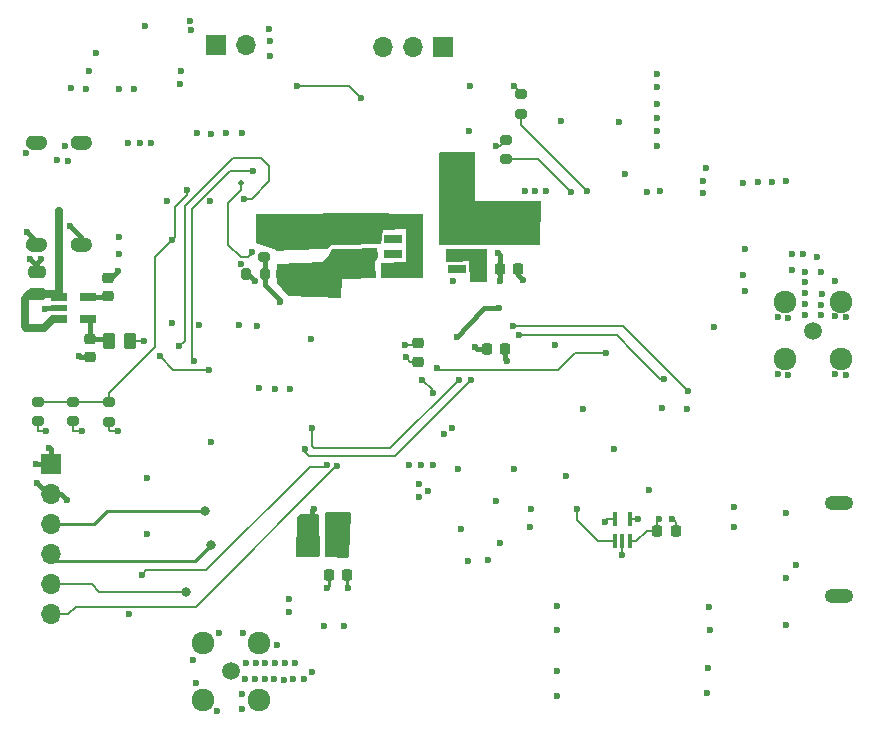
<source format=gbr>
%TF.GenerationSoftware,KiCad,Pcbnew,(6.0.2)*%
%TF.CreationDate,2022-09-17T14:06:50-08:00*%
%TF.ProjectId,HERTZ200,48455254-5a32-4303-902e-6b696361645f,VERSION 1*%
%TF.SameCoordinates,Original*%
%TF.FileFunction,Copper,L4,Bot*%
%TF.FilePolarity,Positive*%
%FSLAX46Y46*%
G04 Gerber Fmt 4.6, Leading zero omitted, Abs format (unit mm)*
G04 Created by KiCad (PCBNEW (6.0.2)) date 2022-09-17 14:06:50*
%MOMM*%
%LPD*%
G01*
G04 APERTURE LIST*
G04 Aperture macros list*
%AMRoundRect*
0 Rectangle with rounded corners*
0 $1 Rounding radius*
0 $2 $3 $4 $5 $6 $7 $8 $9 X,Y pos of 4 corners*
0 Add a 4 corners polygon primitive as box body*
4,1,4,$2,$3,$4,$5,$6,$7,$8,$9,$2,$3,0*
0 Add four circle primitives for the rounded corners*
1,1,$1+$1,$2,$3*
1,1,$1+$1,$4,$5*
1,1,$1+$1,$6,$7*
1,1,$1+$1,$8,$9*
0 Add four rect primitives between the rounded corners*
20,1,$1+$1,$2,$3,$4,$5,0*
20,1,$1+$1,$4,$5,$6,$7,0*
20,1,$1+$1,$6,$7,$8,$9,0*
20,1,$1+$1,$8,$9,$2,$3,0*%
G04 Aperture macros list end*
%TA.AperFunction,EtchedComponent*%
%ADD10C,0.010000*%
%TD*%
%TA.AperFunction,ComponentPad*%
%ADD11C,1.508000*%
%TD*%
%TA.AperFunction,ComponentPad*%
%ADD12C,1.920000*%
%TD*%
%TA.AperFunction,ComponentPad*%
%ADD13R,1.700000X1.700000*%
%TD*%
%TA.AperFunction,ComponentPad*%
%ADD14O,1.700000X1.700000*%
%TD*%
%TA.AperFunction,ComponentPad*%
%ADD15O,2.416000X1.208000*%
%TD*%
%TA.AperFunction,ComponentPad*%
%ADD16O,1.600000X0.800000*%
%TD*%
%TA.AperFunction,SMDPad,CuDef*%
%ADD17RoundRect,0.225000X-0.250000X0.225000X-0.250000X-0.225000X0.250000X-0.225000X0.250000X0.225000X0*%
%TD*%
%TA.AperFunction,SMDPad,CuDef*%
%ADD18RoundRect,0.225000X0.250000X-0.225000X0.250000X0.225000X-0.250000X0.225000X-0.250000X-0.225000X0*%
%TD*%
%TA.AperFunction,SMDPad,CuDef*%
%ADD19RoundRect,0.250000X-0.650000X0.325000X-0.650000X-0.325000X0.650000X-0.325000X0.650000X0.325000X0*%
%TD*%
%TA.AperFunction,SMDPad,CuDef*%
%ADD20RoundRect,0.200000X0.275000X-0.200000X0.275000X0.200000X-0.275000X0.200000X-0.275000X-0.200000X0*%
%TD*%
%TA.AperFunction,SMDPad,CuDef*%
%ADD21RoundRect,0.225000X-0.225000X-0.250000X0.225000X-0.250000X0.225000X0.250000X-0.225000X0.250000X0*%
%TD*%
%TA.AperFunction,SMDPad,CuDef*%
%ADD22RoundRect,0.225000X0.225000X0.250000X-0.225000X0.250000X-0.225000X-0.250000X0.225000X-0.250000X0*%
%TD*%
%TA.AperFunction,SMDPad,CuDef*%
%ADD23RoundRect,0.250000X0.262500X0.450000X-0.262500X0.450000X-0.262500X-0.450000X0.262500X-0.450000X0*%
%TD*%
%TA.AperFunction,SMDPad,CuDef*%
%ADD24R,0.400000X1.230000*%
%TD*%
%TA.AperFunction,SMDPad,CuDef*%
%ADD25R,1.525000X0.700000*%
%TD*%
%TA.AperFunction,SMDPad,CuDef*%
%ADD26RoundRect,0.200000X-0.275000X0.200000X-0.275000X-0.200000X0.275000X-0.200000X0.275000X0.200000X0*%
%TD*%
%TA.AperFunction,SMDPad,CuDef*%
%ADD27RoundRect,0.250000X-0.475000X0.250000X-0.475000X-0.250000X0.475000X-0.250000X0.475000X0.250000X0*%
%TD*%
%TA.AperFunction,SMDPad,CuDef*%
%ADD28R,1.329200X0.665800*%
%TD*%
%TA.AperFunction,SMDPad,CuDef*%
%ADD29R,1.350000X0.600000*%
%TD*%
%TA.AperFunction,SMDPad,CuDef*%
%ADD30R,1.380000X0.665800*%
%TD*%
%TA.AperFunction,SMDPad,CuDef*%
%ADD31RoundRect,0.200000X0.200000X0.275000X-0.200000X0.275000X-0.200000X-0.275000X0.200000X-0.275000X0*%
%TD*%
%TA.AperFunction,ViaPad*%
%ADD32C,0.600000*%
%TD*%
%TA.AperFunction,ViaPad*%
%ADD33C,0.800000*%
%TD*%
%TA.AperFunction,ViaPad*%
%ADD34C,0.500000*%
%TD*%
%TA.AperFunction,Conductor*%
%ADD35C,0.381000*%
%TD*%
%TA.AperFunction,Conductor*%
%ADD36C,0.203200*%
%TD*%
%TA.AperFunction,Conductor*%
%ADD37C,0.293370*%
%TD*%
%TA.AperFunction,Conductor*%
%ADD38C,0.250000*%
%TD*%
%TA.AperFunction,Conductor*%
%ADD39C,0.180000*%
%TD*%
%TA.AperFunction,Conductor*%
%ADD40C,0.635000*%
%TD*%
G04 APERTURE END LIST*
D10*
%TO.C,J8*%
X33659788Y-47931800D02*
X33658788Y-47902800D01*
X33658788Y-47902800D02*
X33656788Y-47874800D01*
X33656788Y-47874800D02*
X33652788Y-47845800D01*
X33652788Y-47845800D02*
X33647788Y-47817800D01*
X33647788Y-47817800D02*
X33640788Y-47789800D01*
X33640788Y-47789800D02*
X33632788Y-47761800D01*
X33632788Y-47761800D02*
X33622788Y-47734800D01*
X33622788Y-47734800D02*
X33611788Y-47707800D01*
X33611788Y-47707800D02*
X33599788Y-47681800D01*
X33599788Y-47681800D02*
X33585788Y-47656800D01*
X33585788Y-47656800D02*
X33570788Y-47631800D01*
X33570788Y-47631800D02*
X33554788Y-47608800D01*
X33554788Y-47608800D02*
X33536788Y-47585800D01*
X33536788Y-47585800D02*
X33518788Y-47563800D01*
X33518788Y-47563800D02*
X33498788Y-47542800D01*
X33498788Y-47542800D02*
X33477788Y-47522800D01*
X33477788Y-47522800D02*
X33455788Y-47504800D01*
X33455788Y-47504800D02*
X33432788Y-47486800D01*
X33432788Y-47486800D02*
X33409788Y-47470800D01*
X33409788Y-47470800D02*
X33384788Y-47455800D01*
X33384788Y-47455800D02*
X33359788Y-47441800D01*
X33359788Y-47441800D02*
X33333788Y-47429800D01*
X33333788Y-47429800D02*
X33306788Y-47418800D01*
X33306788Y-47418800D02*
X33279788Y-47408800D01*
X33279788Y-47408800D02*
X33251788Y-47400800D01*
X33251788Y-47400800D02*
X33223788Y-47393800D01*
X33223788Y-47393800D02*
X33195788Y-47388800D01*
X33195788Y-47388800D02*
X33166788Y-47384800D01*
X33166788Y-47384800D02*
X33138788Y-47382800D01*
X33138788Y-47382800D02*
X33109788Y-47381800D01*
X33109788Y-47381800D02*
X32509788Y-47381800D01*
X32509788Y-47381800D02*
X32480788Y-47382800D01*
X32480788Y-47382800D02*
X32452788Y-47384800D01*
X32452788Y-47384800D02*
X32423788Y-47388800D01*
X32423788Y-47388800D02*
X32395788Y-47393800D01*
X32395788Y-47393800D02*
X32367788Y-47400800D01*
X32367788Y-47400800D02*
X32339788Y-47408800D01*
X32339788Y-47408800D02*
X32312788Y-47418800D01*
X32312788Y-47418800D02*
X32285788Y-47429800D01*
X32285788Y-47429800D02*
X32259788Y-47441800D01*
X32259788Y-47441800D02*
X32234788Y-47455800D01*
X32234788Y-47455800D02*
X32209788Y-47470800D01*
X32209788Y-47470800D02*
X32186788Y-47486800D01*
X32186788Y-47486800D02*
X32163788Y-47504800D01*
X32163788Y-47504800D02*
X32141788Y-47522800D01*
X32141788Y-47522800D02*
X32120788Y-47542800D01*
X32120788Y-47542800D02*
X32100788Y-47563800D01*
X32100788Y-47563800D02*
X32082788Y-47585800D01*
X32082788Y-47585800D02*
X32064788Y-47608800D01*
X32064788Y-47608800D02*
X32048788Y-47631800D01*
X32048788Y-47631800D02*
X32033788Y-47656800D01*
X32033788Y-47656800D02*
X32019788Y-47681800D01*
X32019788Y-47681800D02*
X32007788Y-47707800D01*
X32007788Y-47707800D02*
X31996788Y-47734800D01*
X31996788Y-47734800D02*
X31986788Y-47761800D01*
X31986788Y-47761800D02*
X31978788Y-47789800D01*
X31978788Y-47789800D02*
X31971788Y-47817800D01*
X31971788Y-47817800D02*
X31966788Y-47845800D01*
X31966788Y-47845800D02*
X31962788Y-47874800D01*
X31962788Y-47874800D02*
X31960788Y-47902800D01*
X31960788Y-47902800D02*
X31959788Y-47931800D01*
X31959788Y-47931800D02*
X31960788Y-47960800D01*
X31960788Y-47960800D02*
X31962788Y-47988800D01*
X31962788Y-47988800D02*
X31966788Y-48017800D01*
X31966788Y-48017800D02*
X31971788Y-48045800D01*
X31971788Y-48045800D02*
X31978788Y-48073800D01*
X31978788Y-48073800D02*
X31986788Y-48101800D01*
X31986788Y-48101800D02*
X31996788Y-48128800D01*
X31996788Y-48128800D02*
X32007788Y-48155800D01*
X32007788Y-48155800D02*
X32019788Y-48181800D01*
X32019788Y-48181800D02*
X32033788Y-48206800D01*
X32033788Y-48206800D02*
X32048788Y-48231800D01*
X32048788Y-48231800D02*
X32064788Y-48254800D01*
X32064788Y-48254800D02*
X32082788Y-48277800D01*
X32082788Y-48277800D02*
X32100788Y-48299800D01*
X32100788Y-48299800D02*
X32120788Y-48320800D01*
X32120788Y-48320800D02*
X32141788Y-48340800D01*
X32141788Y-48340800D02*
X32163788Y-48358800D01*
X32163788Y-48358800D02*
X32186788Y-48376800D01*
X32186788Y-48376800D02*
X32209788Y-48392800D01*
X32209788Y-48392800D02*
X32234788Y-48407800D01*
X32234788Y-48407800D02*
X32259788Y-48421800D01*
X32259788Y-48421800D02*
X32285788Y-48433800D01*
X32285788Y-48433800D02*
X32312788Y-48444800D01*
X32312788Y-48444800D02*
X32339788Y-48454800D01*
X32339788Y-48454800D02*
X32367788Y-48462800D01*
X32367788Y-48462800D02*
X32395788Y-48469800D01*
X32395788Y-48469800D02*
X32423788Y-48474800D01*
X32423788Y-48474800D02*
X32452788Y-48478800D01*
X32452788Y-48478800D02*
X32480788Y-48480800D01*
X32480788Y-48480800D02*
X32509788Y-48481800D01*
X32509788Y-48481800D02*
X33109788Y-48481800D01*
X33109788Y-48481800D02*
X33138788Y-48480800D01*
X33138788Y-48480800D02*
X33166788Y-48478800D01*
X33166788Y-48478800D02*
X33195788Y-48474800D01*
X33195788Y-48474800D02*
X33223788Y-48469800D01*
X33223788Y-48469800D02*
X33251788Y-48462800D01*
X33251788Y-48462800D02*
X33279788Y-48454800D01*
X33279788Y-48454800D02*
X33306788Y-48444800D01*
X33306788Y-48444800D02*
X33333788Y-48433800D01*
X33333788Y-48433800D02*
X33359788Y-48421800D01*
X33359788Y-48421800D02*
X33384788Y-48407800D01*
X33384788Y-48407800D02*
X33409788Y-48392800D01*
X33409788Y-48392800D02*
X33432788Y-48376800D01*
X33432788Y-48376800D02*
X33455788Y-48358800D01*
X33455788Y-48358800D02*
X33477788Y-48340800D01*
X33477788Y-48340800D02*
X33498788Y-48320800D01*
X33498788Y-48320800D02*
X33518788Y-48299800D01*
X33518788Y-48299800D02*
X33536788Y-48277800D01*
X33536788Y-48277800D02*
X33554788Y-48254800D01*
X33554788Y-48254800D02*
X33570788Y-48231800D01*
X33570788Y-48231800D02*
X33585788Y-48206800D01*
X33585788Y-48206800D02*
X33599788Y-48181800D01*
X33599788Y-48181800D02*
X33611788Y-48155800D01*
X33611788Y-48155800D02*
X33622788Y-48128800D01*
X33622788Y-48128800D02*
X33632788Y-48101800D01*
X33632788Y-48101800D02*
X33640788Y-48073800D01*
X33640788Y-48073800D02*
X33647788Y-48045800D01*
X33647788Y-48045800D02*
X33652788Y-48017800D01*
X33652788Y-48017800D02*
X33656788Y-47988800D01*
X33656788Y-47988800D02*
X33658788Y-47960800D01*
X33658788Y-47960800D02*
X33659788Y-47931800D01*
X33659788Y-47931800D02*
X33659788Y-47931800D01*
G36*
X33138788Y-47382800D02*
G01*
X33166788Y-47384800D01*
X33195788Y-47388800D01*
X33223788Y-47393800D01*
X33251788Y-47400800D01*
X33279788Y-47408800D01*
X33306788Y-47418800D01*
X33333788Y-47429800D01*
X33359788Y-47441800D01*
X33384788Y-47455800D01*
X33409788Y-47470800D01*
X33432788Y-47486800D01*
X33455788Y-47504800D01*
X33477788Y-47522800D01*
X33498788Y-47542800D01*
X33518788Y-47563800D01*
X33536788Y-47585800D01*
X33554788Y-47608800D01*
X33570788Y-47631800D01*
X33585788Y-47656800D01*
X33599788Y-47681800D01*
X33611788Y-47707800D01*
X33622788Y-47734800D01*
X33632788Y-47761800D01*
X33640788Y-47789800D01*
X33647788Y-47817800D01*
X33652788Y-47845800D01*
X33656788Y-47874800D01*
X33658788Y-47902800D01*
X33659788Y-47931800D01*
X33658788Y-47960800D01*
X33656788Y-47988800D01*
X33652788Y-48017800D01*
X33647788Y-48045800D01*
X33640788Y-48073800D01*
X33632788Y-48101800D01*
X33622788Y-48128800D01*
X33611788Y-48155800D01*
X33599788Y-48181800D01*
X33585788Y-48206800D01*
X33570788Y-48231800D01*
X33554788Y-48254800D01*
X33536788Y-48277800D01*
X33518788Y-48299800D01*
X33498788Y-48320800D01*
X33477788Y-48340800D01*
X33455788Y-48358800D01*
X33432788Y-48376800D01*
X33409788Y-48392800D01*
X33384788Y-48407800D01*
X33359788Y-48421800D01*
X33333788Y-48433800D01*
X33306788Y-48444800D01*
X33279788Y-48454800D01*
X33251788Y-48462800D01*
X33223788Y-48469800D01*
X33195788Y-48474800D01*
X33166788Y-48478800D01*
X33138788Y-48480800D01*
X33109788Y-48481800D01*
X32509788Y-48481800D01*
X32480788Y-48480800D01*
X32452788Y-48478800D01*
X32423788Y-48474800D01*
X32395788Y-48469800D01*
X32367788Y-48462800D01*
X32339788Y-48454800D01*
X32312788Y-48444800D01*
X32285788Y-48433800D01*
X32259788Y-48421800D01*
X32234788Y-48407800D01*
X32209788Y-48392800D01*
X32186788Y-48376800D01*
X32163788Y-48358800D01*
X32141788Y-48340800D01*
X32120788Y-48320800D01*
X32100788Y-48299800D01*
X32082788Y-48277800D01*
X32064788Y-48254800D01*
X32048788Y-48231800D01*
X32033788Y-48206800D01*
X32019788Y-48181800D01*
X32007788Y-48155800D01*
X31996788Y-48128800D01*
X31986788Y-48101800D01*
X31978788Y-48073800D01*
X31971788Y-48045800D01*
X31966788Y-48017800D01*
X31962788Y-47988800D01*
X31960788Y-47960800D01*
X31959788Y-47931800D01*
X31960788Y-47902800D01*
X31962788Y-47874800D01*
X31966788Y-47845800D01*
X31971788Y-47817800D01*
X31978788Y-47789800D01*
X31986788Y-47761800D01*
X31996788Y-47734800D01*
X32007788Y-47707800D01*
X32019788Y-47681800D01*
X32033788Y-47656800D01*
X32048788Y-47631800D01*
X32064788Y-47608800D01*
X32082788Y-47585800D01*
X32100788Y-47563800D01*
X32120788Y-47542800D01*
X32141788Y-47522800D01*
X32163788Y-47504800D01*
X32186788Y-47486800D01*
X32209788Y-47470800D01*
X32234788Y-47455800D01*
X32259788Y-47441800D01*
X32285788Y-47429800D01*
X32312788Y-47418800D01*
X32339788Y-47408800D01*
X32367788Y-47400800D01*
X32395788Y-47393800D01*
X32423788Y-47388800D01*
X32452788Y-47384800D01*
X32480788Y-47382800D01*
X32509788Y-47381800D01*
X33109788Y-47381800D01*
X33138788Y-47382800D01*
G37*
X33138788Y-47382800D02*
X33166788Y-47384800D01*
X33195788Y-47388800D01*
X33223788Y-47393800D01*
X33251788Y-47400800D01*
X33279788Y-47408800D01*
X33306788Y-47418800D01*
X33333788Y-47429800D01*
X33359788Y-47441800D01*
X33384788Y-47455800D01*
X33409788Y-47470800D01*
X33432788Y-47486800D01*
X33455788Y-47504800D01*
X33477788Y-47522800D01*
X33498788Y-47542800D01*
X33518788Y-47563800D01*
X33536788Y-47585800D01*
X33554788Y-47608800D01*
X33570788Y-47631800D01*
X33585788Y-47656800D01*
X33599788Y-47681800D01*
X33611788Y-47707800D01*
X33622788Y-47734800D01*
X33632788Y-47761800D01*
X33640788Y-47789800D01*
X33647788Y-47817800D01*
X33652788Y-47845800D01*
X33656788Y-47874800D01*
X33658788Y-47902800D01*
X33659788Y-47931800D01*
X33658788Y-47960800D01*
X33656788Y-47988800D01*
X33652788Y-48017800D01*
X33647788Y-48045800D01*
X33640788Y-48073800D01*
X33632788Y-48101800D01*
X33622788Y-48128800D01*
X33611788Y-48155800D01*
X33599788Y-48181800D01*
X33585788Y-48206800D01*
X33570788Y-48231800D01*
X33554788Y-48254800D01*
X33536788Y-48277800D01*
X33518788Y-48299800D01*
X33498788Y-48320800D01*
X33477788Y-48340800D01*
X33455788Y-48358800D01*
X33432788Y-48376800D01*
X33409788Y-48392800D01*
X33384788Y-48407800D01*
X33359788Y-48421800D01*
X33333788Y-48433800D01*
X33306788Y-48444800D01*
X33279788Y-48454800D01*
X33251788Y-48462800D01*
X33223788Y-48469800D01*
X33195788Y-48474800D01*
X33166788Y-48478800D01*
X33138788Y-48480800D01*
X33109788Y-48481800D01*
X32509788Y-48481800D01*
X32480788Y-48480800D01*
X32452788Y-48478800D01*
X32423788Y-48474800D01*
X32395788Y-48469800D01*
X32367788Y-48462800D01*
X32339788Y-48454800D01*
X32312788Y-48444800D01*
X32285788Y-48433800D01*
X32259788Y-48421800D01*
X32234788Y-48407800D01*
X32209788Y-48392800D01*
X32186788Y-48376800D01*
X32163788Y-48358800D01*
X32141788Y-48340800D01*
X32120788Y-48320800D01*
X32100788Y-48299800D01*
X32082788Y-48277800D01*
X32064788Y-48254800D01*
X32048788Y-48231800D01*
X32033788Y-48206800D01*
X32019788Y-48181800D01*
X32007788Y-48155800D01*
X31996788Y-48128800D01*
X31986788Y-48101800D01*
X31978788Y-48073800D01*
X31971788Y-48045800D01*
X31966788Y-48017800D01*
X31962788Y-47988800D01*
X31960788Y-47960800D01*
X31959788Y-47931800D01*
X31960788Y-47902800D01*
X31962788Y-47874800D01*
X31966788Y-47845800D01*
X31971788Y-47817800D01*
X31978788Y-47789800D01*
X31986788Y-47761800D01*
X31996788Y-47734800D01*
X32007788Y-47707800D01*
X32019788Y-47681800D01*
X32033788Y-47656800D01*
X32048788Y-47631800D01*
X32064788Y-47608800D01*
X32082788Y-47585800D01*
X32100788Y-47563800D01*
X32120788Y-47542800D01*
X32141788Y-47522800D01*
X32163788Y-47504800D01*
X32186788Y-47486800D01*
X32209788Y-47470800D01*
X32234788Y-47455800D01*
X32259788Y-47441800D01*
X32285788Y-47429800D01*
X32312788Y-47418800D01*
X32339788Y-47408800D01*
X32367788Y-47400800D01*
X32395788Y-47393800D01*
X32423788Y-47388800D01*
X32452788Y-47384800D01*
X32480788Y-47382800D01*
X32509788Y-47381800D01*
X33109788Y-47381800D01*
X33138788Y-47382800D01*
X37459788Y-39291800D02*
X37458788Y-39262800D01*
X37458788Y-39262800D02*
X37456788Y-39234800D01*
X37456788Y-39234800D02*
X37452788Y-39205800D01*
X37452788Y-39205800D02*
X37447788Y-39177800D01*
X37447788Y-39177800D02*
X37440788Y-39149800D01*
X37440788Y-39149800D02*
X37432788Y-39121800D01*
X37432788Y-39121800D02*
X37422788Y-39094800D01*
X37422788Y-39094800D02*
X37411788Y-39067800D01*
X37411788Y-39067800D02*
X37399788Y-39041800D01*
X37399788Y-39041800D02*
X37385788Y-39016800D01*
X37385788Y-39016800D02*
X37370788Y-38991800D01*
X37370788Y-38991800D02*
X37354788Y-38968800D01*
X37354788Y-38968800D02*
X37336788Y-38945800D01*
X37336788Y-38945800D02*
X37318788Y-38923800D01*
X37318788Y-38923800D02*
X37298788Y-38902800D01*
X37298788Y-38902800D02*
X37277788Y-38882800D01*
X37277788Y-38882800D02*
X37255788Y-38864800D01*
X37255788Y-38864800D02*
X37232788Y-38846800D01*
X37232788Y-38846800D02*
X37209788Y-38830800D01*
X37209788Y-38830800D02*
X37184788Y-38815800D01*
X37184788Y-38815800D02*
X37159788Y-38801800D01*
X37159788Y-38801800D02*
X37133788Y-38789800D01*
X37133788Y-38789800D02*
X37106788Y-38778800D01*
X37106788Y-38778800D02*
X37079788Y-38768800D01*
X37079788Y-38768800D02*
X37051788Y-38760800D01*
X37051788Y-38760800D02*
X37023788Y-38753800D01*
X37023788Y-38753800D02*
X36995788Y-38748800D01*
X36995788Y-38748800D02*
X36966788Y-38744800D01*
X36966788Y-38744800D02*
X36938788Y-38742800D01*
X36938788Y-38742800D02*
X36909788Y-38741800D01*
X36909788Y-38741800D02*
X36309788Y-38741800D01*
X36309788Y-38741800D02*
X36280788Y-38742800D01*
X36280788Y-38742800D02*
X36252788Y-38744800D01*
X36252788Y-38744800D02*
X36223788Y-38748800D01*
X36223788Y-38748800D02*
X36195788Y-38753800D01*
X36195788Y-38753800D02*
X36167788Y-38760800D01*
X36167788Y-38760800D02*
X36139788Y-38768800D01*
X36139788Y-38768800D02*
X36112788Y-38778800D01*
X36112788Y-38778800D02*
X36085788Y-38789800D01*
X36085788Y-38789800D02*
X36059788Y-38801800D01*
X36059788Y-38801800D02*
X36034788Y-38815800D01*
X36034788Y-38815800D02*
X36009788Y-38830800D01*
X36009788Y-38830800D02*
X35986788Y-38846800D01*
X35986788Y-38846800D02*
X35963788Y-38864800D01*
X35963788Y-38864800D02*
X35941788Y-38882800D01*
X35941788Y-38882800D02*
X35920788Y-38902800D01*
X35920788Y-38902800D02*
X35900788Y-38923800D01*
X35900788Y-38923800D02*
X35882788Y-38945800D01*
X35882788Y-38945800D02*
X35864788Y-38968800D01*
X35864788Y-38968800D02*
X35848788Y-38991800D01*
X35848788Y-38991800D02*
X35833788Y-39016800D01*
X35833788Y-39016800D02*
X35819788Y-39041800D01*
X35819788Y-39041800D02*
X35807788Y-39067800D01*
X35807788Y-39067800D02*
X35796788Y-39094800D01*
X35796788Y-39094800D02*
X35786788Y-39121800D01*
X35786788Y-39121800D02*
X35778788Y-39149800D01*
X35778788Y-39149800D02*
X35771788Y-39177800D01*
X35771788Y-39177800D02*
X35766788Y-39205800D01*
X35766788Y-39205800D02*
X35762788Y-39234800D01*
X35762788Y-39234800D02*
X35760788Y-39262800D01*
X35760788Y-39262800D02*
X35759788Y-39291800D01*
X35759788Y-39291800D02*
X35760788Y-39320800D01*
X35760788Y-39320800D02*
X35762788Y-39348800D01*
X35762788Y-39348800D02*
X35766788Y-39377800D01*
X35766788Y-39377800D02*
X35771788Y-39405800D01*
X35771788Y-39405800D02*
X35778788Y-39433800D01*
X35778788Y-39433800D02*
X35786788Y-39461800D01*
X35786788Y-39461800D02*
X35796788Y-39488800D01*
X35796788Y-39488800D02*
X35807788Y-39515800D01*
X35807788Y-39515800D02*
X35819788Y-39541800D01*
X35819788Y-39541800D02*
X35833788Y-39566800D01*
X35833788Y-39566800D02*
X35848788Y-39591800D01*
X35848788Y-39591800D02*
X35864788Y-39614800D01*
X35864788Y-39614800D02*
X35882788Y-39637800D01*
X35882788Y-39637800D02*
X35900788Y-39659800D01*
X35900788Y-39659800D02*
X35920788Y-39680800D01*
X35920788Y-39680800D02*
X35941788Y-39700800D01*
X35941788Y-39700800D02*
X35963788Y-39718800D01*
X35963788Y-39718800D02*
X35986788Y-39736800D01*
X35986788Y-39736800D02*
X36009788Y-39752800D01*
X36009788Y-39752800D02*
X36034788Y-39767800D01*
X36034788Y-39767800D02*
X36059788Y-39781800D01*
X36059788Y-39781800D02*
X36085788Y-39793800D01*
X36085788Y-39793800D02*
X36112788Y-39804800D01*
X36112788Y-39804800D02*
X36139788Y-39814800D01*
X36139788Y-39814800D02*
X36167788Y-39822800D01*
X36167788Y-39822800D02*
X36195788Y-39829800D01*
X36195788Y-39829800D02*
X36223788Y-39834800D01*
X36223788Y-39834800D02*
X36252788Y-39838800D01*
X36252788Y-39838800D02*
X36280788Y-39840800D01*
X36280788Y-39840800D02*
X36309788Y-39841800D01*
X36309788Y-39841800D02*
X36909788Y-39841800D01*
X36909788Y-39841800D02*
X36938788Y-39840800D01*
X36938788Y-39840800D02*
X36966788Y-39838800D01*
X36966788Y-39838800D02*
X36995788Y-39834800D01*
X36995788Y-39834800D02*
X37023788Y-39829800D01*
X37023788Y-39829800D02*
X37051788Y-39822800D01*
X37051788Y-39822800D02*
X37079788Y-39814800D01*
X37079788Y-39814800D02*
X37106788Y-39804800D01*
X37106788Y-39804800D02*
X37133788Y-39793800D01*
X37133788Y-39793800D02*
X37159788Y-39781800D01*
X37159788Y-39781800D02*
X37184788Y-39767800D01*
X37184788Y-39767800D02*
X37209788Y-39752800D01*
X37209788Y-39752800D02*
X37232788Y-39736800D01*
X37232788Y-39736800D02*
X37255788Y-39718800D01*
X37255788Y-39718800D02*
X37277788Y-39700800D01*
X37277788Y-39700800D02*
X37298788Y-39680800D01*
X37298788Y-39680800D02*
X37318788Y-39659800D01*
X37318788Y-39659800D02*
X37336788Y-39637800D01*
X37336788Y-39637800D02*
X37354788Y-39614800D01*
X37354788Y-39614800D02*
X37370788Y-39591800D01*
X37370788Y-39591800D02*
X37385788Y-39566800D01*
X37385788Y-39566800D02*
X37399788Y-39541800D01*
X37399788Y-39541800D02*
X37411788Y-39515800D01*
X37411788Y-39515800D02*
X37422788Y-39488800D01*
X37422788Y-39488800D02*
X37432788Y-39461800D01*
X37432788Y-39461800D02*
X37440788Y-39433800D01*
X37440788Y-39433800D02*
X37447788Y-39405800D01*
X37447788Y-39405800D02*
X37452788Y-39377800D01*
X37452788Y-39377800D02*
X37456788Y-39348800D01*
X37456788Y-39348800D02*
X37458788Y-39320800D01*
X37458788Y-39320800D02*
X37459788Y-39291800D01*
X37459788Y-39291800D02*
X37459788Y-39291800D01*
G36*
X36938788Y-38742800D02*
G01*
X36966788Y-38744800D01*
X36995788Y-38748800D01*
X37023788Y-38753800D01*
X37051788Y-38760800D01*
X37079788Y-38768800D01*
X37106788Y-38778800D01*
X37133788Y-38789800D01*
X37159788Y-38801800D01*
X37184788Y-38815800D01*
X37209788Y-38830800D01*
X37232788Y-38846800D01*
X37255788Y-38864800D01*
X37277788Y-38882800D01*
X37298788Y-38902800D01*
X37318788Y-38923800D01*
X37336788Y-38945800D01*
X37354788Y-38968800D01*
X37370788Y-38991800D01*
X37385788Y-39016800D01*
X37399788Y-39041800D01*
X37411788Y-39067800D01*
X37422788Y-39094800D01*
X37432788Y-39121800D01*
X37440788Y-39149800D01*
X37447788Y-39177800D01*
X37452788Y-39205800D01*
X37456788Y-39234800D01*
X37458788Y-39262800D01*
X37459788Y-39291800D01*
X37458788Y-39320800D01*
X37456788Y-39348800D01*
X37452788Y-39377800D01*
X37447788Y-39405800D01*
X37440788Y-39433800D01*
X37432788Y-39461800D01*
X37422788Y-39488800D01*
X37411788Y-39515800D01*
X37399788Y-39541800D01*
X37385788Y-39566800D01*
X37370788Y-39591800D01*
X37354788Y-39614800D01*
X37336788Y-39637800D01*
X37318788Y-39659800D01*
X37298788Y-39680800D01*
X37277788Y-39700800D01*
X37255788Y-39718800D01*
X37232788Y-39736800D01*
X37209788Y-39752800D01*
X37184788Y-39767800D01*
X37159788Y-39781800D01*
X37133788Y-39793800D01*
X37106788Y-39804800D01*
X37079788Y-39814800D01*
X37051788Y-39822800D01*
X37023788Y-39829800D01*
X36995788Y-39834800D01*
X36966788Y-39838800D01*
X36938788Y-39840800D01*
X36909788Y-39841800D01*
X36309788Y-39841800D01*
X36280788Y-39840800D01*
X36252788Y-39838800D01*
X36223788Y-39834800D01*
X36195788Y-39829800D01*
X36167788Y-39822800D01*
X36139788Y-39814800D01*
X36112788Y-39804800D01*
X36085788Y-39793800D01*
X36059788Y-39781800D01*
X36034788Y-39767800D01*
X36009788Y-39752800D01*
X35986788Y-39736800D01*
X35963788Y-39718800D01*
X35941788Y-39700800D01*
X35920788Y-39680800D01*
X35900788Y-39659800D01*
X35882788Y-39637800D01*
X35864788Y-39614800D01*
X35848788Y-39591800D01*
X35833788Y-39566800D01*
X35819788Y-39541800D01*
X35807788Y-39515800D01*
X35796788Y-39488800D01*
X35786788Y-39461800D01*
X35778788Y-39433800D01*
X35771788Y-39405800D01*
X35766788Y-39377800D01*
X35762788Y-39348800D01*
X35760788Y-39320800D01*
X35759788Y-39291800D01*
X35760788Y-39262800D01*
X35762788Y-39234800D01*
X35766788Y-39205800D01*
X35771788Y-39177800D01*
X35778788Y-39149800D01*
X35786788Y-39121800D01*
X35796788Y-39094800D01*
X35807788Y-39067800D01*
X35819788Y-39041800D01*
X35833788Y-39016800D01*
X35848788Y-38991800D01*
X35864788Y-38968800D01*
X35882788Y-38945800D01*
X35900788Y-38923800D01*
X35920788Y-38902800D01*
X35941788Y-38882800D01*
X35963788Y-38864800D01*
X35986788Y-38846800D01*
X36009788Y-38830800D01*
X36034788Y-38815800D01*
X36059788Y-38801800D01*
X36085788Y-38789800D01*
X36112788Y-38778800D01*
X36139788Y-38768800D01*
X36167788Y-38760800D01*
X36195788Y-38753800D01*
X36223788Y-38748800D01*
X36252788Y-38744800D01*
X36280788Y-38742800D01*
X36309788Y-38741800D01*
X36909788Y-38741800D01*
X36938788Y-38742800D01*
G37*
X36938788Y-38742800D02*
X36966788Y-38744800D01*
X36995788Y-38748800D01*
X37023788Y-38753800D01*
X37051788Y-38760800D01*
X37079788Y-38768800D01*
X37106788Y-38778800D01*
X37133788Y-38789800D01*
X37159788Y-38801800D01*
X37184788Y-38815800D01*
X37209788Y-38830800D01*
X37232788Y-38846800D01*
X37255788Y-38864800D01*
X37277788Y-38882800D01*
X37298788Y-38902800D01*
X37318788Y-38923800D01*
X37336788Y-38945800D01*
X37354788Y-38968800D01*
X37370788Y-38991800D01*
X37385788Y-39016800D01*
X37399788Y-39041800D01*
X37411788Y-39067800D01*
X37422788Y-39094800D01*
X37432788Y-39121800D01*
X37440788Y-39149800D01*
X37447788Y-39177800D01*
X37452788Y-39205800D01*
X37456788Y-39234800D01*
X37458788Y-39262800D01*
X37459788Y-39291800D01*
X37458788Y-39320800D01*
X37456788Y-39348800D01*
X37452788Y-39377800D01*
X37447788Y-39405800D01*
X37440788Y-39433800D01*
X37432788Y-39461800D01*
X37422788Y-39488800D01*
X37411788Y-39515800D01*
X37399788Y-39541800D01*
X37385788Y-39566800D01*
X37370788Y-39591800D01*
X37354788Y-39614800D01*
X37336788Y-39637800D01*
X37318788Y-39659800D01*
X37298788Y-39680800D01*
X37277788Y-39700800D01*
X37255788Y-39718800D01*
X37232788Y-39736800D01*
X37209788Y-39752800D01*
X37184788Y-39767800D01*
X37159788Y-39781800D01*
X37133788Y-39793800D01*
X37106788Y-39804800D01*
X37079788Y-39814800D01*
X37051788Y-39822800D01*
X37023788Y-39829800D01*
X36995788Y-39834800D01*
X36966788Y-39838800D01*
X36938788Y-39840800D01*
X36909788Y-39841800D01*
X36309788Y-39841800D01*
X36280788Y-39840800D01*
X36252788Y-39838800D01*
X36223788Y-39834800D01*
X36195788Y-39829800D01*
X36167788Y-39822800D01*
X36139788Y-39814800D01*
X36112788Y-39804800D01*
X36085788Y-39793800D01*
X36059788Y-39781800D01*
X36034788Y-39767800D01*
X36009788Y-39752800D01*
X35986788Y-39736800D01*
X35963788Y-39718800D01*
X35941788Y-39700800D01*
X35920788Y-39680800D01*
X35900788Y-39659800D01*
X35882788Y-39637800D01*
X35864788Y-39614800D01*
X35848788Y-39591800D01*
X35833788Y-39566800D01*
X35819788Y-39541800D01*
X35807788Y-39515800D01*
X35796788Y-39488800D01*
X35786788Y-39461800D01*
X35778788Y-39433800D01*
X35771788Y-39405800D01*
X35766788Y-39377800D01*
X35762788Y-39348800D01*
X35760788Y-39320800D01*
X35759788Y-39291800D01*
X35760788Y-39262800D01*
X35762788Y-39234800D01*
X35766788Y-39205800D01*
X35771788Y-39177800D01*
X35778788Y-39149800D01*
X35786788Y-39121800D01*
X35796788Y-39094800D01*
X35807788Y-39067800D01*
X35819788Y-39041800D01*
X35833788Y-39016800D01*
X35848788Y-38991800D01*
X35864788Y-38968800D01*
X35882788Y-38945800D01*
X35900788Y-38923800D01*
X35920788Y-38902800D01*
X35941788Y-38882800D01*
X35963788Y-38864800D01*
X35986788Y-38846800D01*
X36009788Y-38830800D01*
X36034788Y-38815800D01*
X36059788Y-38801800D01*
X36085788Y-38789800D01*
X36112788Y-38778800D01*
X36139788Y-38768800D01*
X36167788Y-38760800D01*
X36195788Y-38753800D01*
X36223788Y-38748800D01*
X36252788Y-38744800D01*
X36280788Y-38742800D01*
X36309788Y-38741800D01*
X36909788Y-38741800D01*
X36938788Y-38742800D01*
X33659788Y-39291800D02*
X33658788Y-39262800D01*
X33658788Y-39262800D02*
X33656788Y-39234800D01*
X33656788Y-39234800D02*
X33652788Y-39205800D01*
X33652788Y-39205800D02*
X33647788Y-39177800D01*
X33647788Y-39177800D02*
X33640788Y-39149800D01*
X33640788Y-39149800D02*
X33632788Y-39121800D01*
X33632788Y-39121800D02*
X33622788Y-39094800D01*
X33622788Y-39094800D02*
X33611788Y-39067800D01*
X33611788Y-39067800D02*
X33599788Y-39041800D01*
X33599788Y-39041800D02*
X33585788Y-39016800D01*
X33585788Y-39016800D02*
X33570788Y-38991800D01*
X33570788Y-38991800D02*
X33554788Y-38968800D01*
X33554788Y-38968800D02*
X33536788Y-38945800D01*
X33536788Y-38945800D02*
X33518788Y-38923800D01*
X33518788Y-38923800D02*
X33498788Y-38902800D01*
X33498788Y-38902800D02*
X33477788Y-38882800D01*
X33477788Y-38882800D02*
X33455788Y-38864800D01*
X33455788Y-38864800D02*
X33432788Y-38846800D01*
X33432788Y-38846800D02*
X33409788Y-38830800D01*
X33409788Y-38830800D02*
X33384788Y-38815800D01*
X33384788Y-38815800D02*
X33359788Y-38801800D01*
X33359788Y-38801800D02*
X33333788Y-38789800D01*
X33333788Y-38789800D02*
X33306788Y-38778800D01*
X33306788Y-38778800D02*
X33279788Y-38768800D01*
X33279788Y-38768800D02*
X33251788Y-38760800D01*
X33251788Y-38760800D02*
X33223788Y-38753800D01*
X33223788Y-38753800D02*
X33195788Y-38748800D01*
X33195788Y-38748800D02*
X33166788Y-38744800D01*
X33166788Y-38744800D02*
X33138788Y-38742800D01*
X33138788Y-38742800D02*
X33109788Y-38741800D01*
X33109788Y-38741800D02*
X32509788Y-38741800D01*
X32509788Y-38741800D02*
X32480788Y-38742800D01*
X32480788Y-38742800D02*
X32452788Y-38744800D01*
X32452788Y-38744800D02*
X32423788Y-38748800D01*
X32423788Y-38748800D02*
X32395788Y-38753800D01*
X32395788Y-38753800D02*
X32367788Y-38760800D01*
X32367788Y-38760800D02*
X32339788Y-38768800D01*
X32339788Y-38768800D02*
X32312788Y-38778800D01*
X32312788Y-38778800D02*
X32285788Y-38789800D01*
X32285788Y-38789800D02*
X32259788Y-38801800D01*
X32259788Y-38801800D02*
X32234788Y-38815800D01*
X32234788Y-38815800D02*
X32209788Y-38830800D01*
X32209788Y-38830800D02*
X32186788Y-38846800D01*
X32186788Y-38846800D02*
X32163788Y-38864800D01*
X32163788Y-38864800D02*
X32141788Y-38882800D01*
X32141788Y-38882800D02*
X32120788Y-38902800D01*
X32120788Y-38902800D02*
X32100788Y-38923800D01*
X32100788Y-38923800D02*
X32082788Y-38945800D01*
X32082788Y-38945800D02*
X32064788Y-38968800D01*
X32064788Y-38968800D02*
X32048788Y-38991800D01*
X32048788Y-38991800D02*
X32033788Y-39016800D01*
X32033788Y-39016800D02*
X32019788Y-39041800D01*
X32019788Y-39041800D02*
X32007788Y-39067800D01*
X32007788Y-39067800D02*
X31996788Y-39094800D01*
X31996788Y-39094800D02*
X31986788Y-39121800D01*
X31986788Y-39121800D02*
X31978788Y-39149800D01*
X31978788Y-39149800D02*
X31971788Y-39177800D01*
X31971788Y-39177800D02*
X31966788Y-39205800D01*
X31966788Y-39205800D02*
X31962788Y-39234800D01*
X31962788Y-39234800D02*
X31960788Y-39262800D01*
X31960788Y-39262800D02*
X31959788Y-39291800D01*
X31959788Y-39291800D02*
X31960788Y-39320800D01*
X31960788Y-39320800D02*
X31962788Y-39348800D01*
X31962788Y-39348800D02*
X31966788Y-39377800D01*
X31966788Y-39377800D02*
X31971788Y-39405800D01*
X31971788Y-39405800D02*
X31978788Y-39433800D01*
X31978788Y-39433800D02*
X31986788Y-39461800D01*
X31986788Y-39461800D02*
X31996788Y-39488800D01*
X31996788Y-39488800D02*
X32007788Y-39515800D01*
X32007788Y-39515800D02*
X32019788Y-39541800D01*
X32019788Y-39541800D02*
X32033788Y-39566800D01*
X32033788Y-39566800D02*
X32048788Y-39591800D01*
X32048788Y-39591800D02*
X32064788Y-39614800D01*
X32064788Y-39614800D02*
X32082788Y-39637800D01*
X32082788Y-39637800D02*
X32100788Y-39659800D01*
X32100788Y-39659800D02*
X32120788Y-39680800D01*
X32120788Y-39680800D02*
X32141788Y-39700800D01*
X32141788Y-39700800D02*
X32163788Y-39718800D01*
X32163788Y-39718800D02*
X32186788Y-39736800D01*
X32186788Y-39736800D02*
X32209788Y-39752800D01*
X32209788Y-39752800D02*
X32234788Y-39767800D01*
X32234788Y-39767800D02*
X32259788Y-39781800D01*
X32259788Y-39781800D02*
X32285788Y-39793800D01*
X32285788Y-39793800D02*
X32312788Y-39804800D01*
X32312788Y-39804800D02*
X32339788Y-39814800D01*
X32339788Y-39814800D02*
X32367788Y-39822800D01*
X32367788Y-39822800D02*
X32395788Y-39829800D01*
X32395788Y-39829800D02*
X32423788Y-39834800D01*
X32423788Y-39834800D02*
X32452788Y-39838800D01*
X32452788Y-39838800D02*
X32480788Y-39840800D01*
X32480788Y-39840800D02*
X32509788Y-39841800D01*
X32509788Y-39841800D02*
X33109788Y-39841800D01*
X33109788Y-39841800D02*
X33138788Y-39840800D01*
X33138788Y-39840800D02*
X33166788Y-39838800D01*
X33166788Y-39838800D02*
X33195788Y-39834800D01*
X33195788Y-39834800D02*
X33223788Y-39829800D01*
X33223788Y-39829800D02*
X33251788Y-39822800D01*
X33251788Y-39822800D02*
X33279788Y-39814800D01*
X33279788Y-39814800D02*
X33306788Y-39804800D01*
X33306788Y-39804800D02*
X33333788Y-39793800D01*
X33333788Y-39793800D02*
X33359788Y-39781800D01*
X33359788Y-39781800D02*
X33384788Y-39767800D01*
X33384788Y-39767800D02*
X33409788Y-39752800D01*
X33409788Y-39752800D02*
X33432788Y-39736800D01*
X33432788Y-39736800D02*
X33455788Y-39718800D01*
X33455788Y-39718800D02*
X33477788Y-39700800D01*
X33477788Y-39700800D02*
X33498788Y-39680800D01*
X33498788Y-39680800D02*
X33518788Y-39659800D01*
X33518788Y-39659800D02*
X33536788Y-39637800D01*
X33536788Y-39637800D02*
X33554788Y-39614800D01*
X33554788Y-39614800D02*
X33570788Y-39591800D01*
X33570788Y-39591800D02*
X33585788Y-39566800D01*
X33585788Y-39566800D02*
X33599788Y-39541800D01*
X33599788Y-39541800D02*
X33611788Y-39515800D01*
X33611788Y-39515800D02*
X33622788Y-39488800D01*
X33622788Y-39488800D02*
X33632788Y-39461800D01*
X33632788Y-39461800D02*
X33640788Y-39433800D01*
X33640788Y-39433800D02*
X33647788Y-39405800D01*
X33647788Y-39405800D02*
X33652788Y-39377800D01*
X33652788Y-39377800D02*
X33656788Y-39348800D01*
X33656788Y-39348800D02*
X33658788Y-39320800D01*
X33658788Y-39320800D02*
X33659788Y-39291800D01*
X33659788Y-39291800D02*
X33659788Y-39291800D01*
G36*
X33138788Y-38742800D02*
G01*
X33166788Y-38744800D01*
X33195788Y-38748800D01*
X33223788Y-38753800D01*
X33251788Y-38760800D01*
X33279788Y-38768800D01*
X33306788Y-38778800D01*
X33333788Y-38789800D01*
X33359788Y-38801800D01*
X33384788Y-38815800D01*
X33409788Y-38830800D01*
X33432788Y-38846800D01*
X33455788Y-38864800D01*
X33477788Y-38882800D01*
X33498788Y-38902800D01*
X33518788Y-38923800D01*
X33536788Y-38945800D01*
X33554788Y-38968800D01*
X33570788Y-38991800D01*
X33585788Y-39016800D01*
X33599788Y-39041800D01*
X33611788Y-39067800D01*
X33622788Y-39094800D01*
X33632788Y-39121800D01*
X33640788Y-39149800D01*
X33647788Y-39177800D01*
X33652788Y-39205800D01*
X33656788Y-39234800D01*
X33658788Y-39262800D01*
X33659788Y-39291800D01*
X33658788Y-39320800D01*
X33656788Y-39348800D01*
X33652788Y-39377800D01*
X33647788Y-39405800D01*
X33640788Y-39433800D01*
X33632788Y-39461800D01*
X33622788Y-39488800D01*
X33611788Y-39515800D01*
X33599788Y-39541800D01*
X33585788Y-39566800D01*
X33570788Y-39591800D01*
X33554788Y-39614800D01*
X33536788Y-39637800D01*
X33518788Y-39659800D01*
X33498788Y-39680800D01*
X33477788Y-39700800D01*
X33455788Y-39718800D01*
X33432788Y-39736800D01*
X33409788Y-39752800D01*
X33384788Y-39767800D01*
X33359788Y-39781800D01*
X33333788Y-39793800D01*
X33306788Y-39804800D01*
X33279788Y-39814800D01*
X33251788Y-39822800D01*
X33223788Y-39829800D01*
X33195788Y-39834800D01*
X33166788Y-39838800D01*
X33138788Y-39840800D01*
X33109788Y-39841800D01*
X32509788Y-39841800D01*
X32480788Y-39840800D01*
X32452788Y-39838800D01*
X32423788Y-39834800D01*
X32395788Y-39829800D01*
X32367788Y-39822800D01*
X32339788Y-39814800D01*
X32312788Y-39804800D01*
X32285788Y-39793800D01*
X32259788Y-39781800D01*
X32234788Y-39767800D01*
X32209788Y-39752800D01*
X32186788Y-39736800D01*
X32163788Y-39718800D01*
X32141788Y-39700800D01*
X32120788Y-39680800D01*
X32100788Y-39659800D01*
X32082788Y-39637800D01*
X32064788Y-39614800D01*
X32048788Y-39591800D01*
X32033788Y-39566800D01*
X32019788Y-39541800D01*
X32007788Y-39515800D01*
X31996788Y-39488800D01*
X31986788Y-39461800D01*
X31978788Y-39433800D01*
X31971788Y-39405800D01*
X31966788Y-39377800D01*
X31962788Y-39348800D01*
X31960788Y-39320800D01*
X31959788Y-39291800D01*
X31960788Y-39262800D01*
X31962788Y-39234800D01*
X31966788Y-39205800D01*
X31971788Y-39177800D01*
X31978788Y-39149800D01*
X31986788Y-39121800D01*
X31996788Y-39094800D01*
X32007788Y-39067800D01*
X32019788Y-39041800D01*
X32033788Y-39016800D01*
X32048788Y-38991800D01*
X32064788Y-38968800D01*
X32082788Y-38945800D01*
X32100788Y-38923800D01*
X32120788Y-38902800D01*
X32141788Y-38882800D01*
X32163788Y-38864800D01*
X32186788Y-38846800D01*
X32209788Y-38830800D01*
X32234788Y-38815800D01*
X32259788Y-38801800D01*
X32285788Y-38789800D01*
X32312788Y-38778800D01*
X32339788Y-38768800D01*
X32367788Y-38760800D01*
X32395788Y-38753800D01*
X32423788Y-38748800D01*
X32452788Y-38744800D01*
X32480788Y-38742800D01*
X32509788Y-38741800D01*
X33109788Y-38741800D01*
X33138788Y-38742800D01*
G37*
X33138788Y-38742800D02*
X33166788Y-38744800D01*
X33195788Y-38748800D01*
X33223788Y-38753800D01*
X33251788Y-38760800D01*
X33279788Y-38768800D01*
X33306788Y-38778800D01*
X33333788Y-38789800D01*
X33359788Y-38801800D01*
X33384788Y-38815800D01*
X33409788Y-38830800D01*
X33432788Y-38846800D01*
X33455788Y-38864800D01*
X33477788Y-38882800D01*
X33498788Y-38902800D01*
X33518788Y-38923800D01*
X33536788Y-38945800D01*
X33554788Y-38968800D01*
X33570788Y-38991800D01*
X33585788Y-39016800D01*
X33599788Y-39041800D01*
X33611788Y-39067800D01*
X33622788Y-39094800D01*
X33632788Y-39121800D01*
X33640788Y-39149800D01*
X33647788Y-39177800D01*
X33652788Y-39205800D01*
X33656788Y-39234800D01*
X33658788Y-39262800D01*
X33659788Y-39291800D01*
X33658788Y-39320800D01*
X33656788Y-39348800D01*
X33652788Y-39377800D01*
X33647788Y-39405800D01*
X33640788Y-39433800D01*
X33632788Y-39461800D01*
X33622788Y-39488800D01*
X33611788Y-39515800D01*
X33599788Y-39541800D01*
X33585788Y-39566800D01*
X33570788Y-39591800D01*
X33554788Y-39614800D01*
X33536788Y-39637800D01*
X33518788Y-39659800D01*
X33498788Y-39680800D01*
X33477788Y-39700800D01*
X33455788Y-39718800D01*
X33432788Y-39736800D01*
X33409788Y-39752800D01*
X33384788Y-39767800D01*
X33359788Y-39781800D01*
X33333788Y-39793800D01*
X33306788Y-39804800D01*
X33279788Y-39814800D01*
X33251788Y-39822800D01*
X33223788Y-39829800D01*
X33195788Y-39834800D01*
X33166788Y-39838800D01*
X33138788Y-39840800D01*
X33109788Y-39841800D01*
X32509788Y-39841800D01*
X32480788Y-39840800D01*
X32452788Y-39838800D01*
X32423788Y-39834800D01*
X32395788Y-39829800D01*
X32367788Y-39822800D01*
X32339788Y-39814800D01*
X32312788Y-39804800D01*
X32285788Y-39793800D01*
X32259788Y-39781800D01*
X32234788Y-39767800D01*
X32209788Y-39752800D01*
X32186788Y-39736800D01*
X32163788Y-39718800D01*
X32141788Y-39700800D01*
X32120788Y-39680800D01*
X32100788Y-39659800D01*
X32082788Y-39637800D01*
X32064788Y-39614800D01*
X32048788Y-39591800D01*
X32033788Y-39566800D01*
X32019788Y-39541800D01*
X32007788Y-39515800D01*
X31996788Y-39488800D01*
X31986788Y-39461800D01*
X31978788Y-39433800D01*
X31971788Y-39405800D01*
X31966788Y-39377800D01*
X31962788Y-39348800D01*
X31960788Y-39320800D01*
X31959788Y-39291800D01*
X31960788Y-39262800D01*
X31962788Y-39234800D01*
X31966788Y-39205800D01*
X31971788Y-39177800D01*
X31978788Y-39149800D01*
X31986788Y-39121800D01*
X31996788Y-39094800D01*
X32007788Y-39067800D01*
X32019788Y-39041800D01*
X32033788Y-39016800D01*
X32048788Y-38991800D01*
X32064788Y-38968800D01*
X32082788Y-38945800D01*
X32100788Y-38923800D01*
X32120788Y-38902800D01*
X32141788Y-38882800D01*
X32163788Y-38864800D01*
X32186788Y-38846800D01*
X32209788Y-38830800D01*
X32234788Y-38815800D01*
X32259788Y-38801800D01*
X32285788Y-38789800D01*
X32312788Y-38778800D01*
X32339788Y-38768800D01*
X32367788Y-38760800D01*
X32395788Y-38753800D01*
X32423788Y-38748800D01*
X32452788Y-38744800D01*
X32480788Y-38742800D01*
X32509788Y-38741800D01*
X33109788Y-38741800D01*
X33138788Y-38742800D01*
X37459788Y-47931800D02*
X37458788Y-47902800D01*
X37458788Y-47902800D02*
X37456788Y-47874800D01*
X37456788Y-47874800D02*
X37452788Y-47845800D01*
X37452788Y-47845800D02*
X37447788Y-47817800D01*
X37447788Y-47817800D02*
X37440788Y-47789800D01*
X37440788Y-47789800D02*
X37432788Y-47761800D01*
X37432788Y-47761800D02*
X37422788Y-47734800D01*
X37422788Y-47734800D02*
X37411788Y-47707800D01*
X37411788Y-47707800D02*
X37399788Y-47681800D01*
X37399788Y-47681800D02*
X37385788Y-47656800D01*
X37385788Y-47656800D02*
X37370788Y-47631800D01*
X37370788Y-47631800D02*
X37354788Y-47608800D01*
X37354788Y-47608800D02*
X37336788Y-47585800D01*
X37336788Y-47585800D02*
X37318788Y-47563800D01*
X37318788Y-47563800D02*
X37298788Y-47542800D01*
X37298788Y-47542800D02*
X37277788Y-47522800D01*
X37277788Y-47522800D02*
X37255788Y-47504800D01*
X37255788Y-47504800D02*
X37232788Y-47486800D01*
X37232788Y-47486800D02*
X37209788Y-47470800D01*
X37209788Y-47470800D02*
X37184788Y-47455800D01*
X37184788Y-47455800D02*
X37159788Y-47441800D01*
X37159788Y-47441800D02*
X37133788Y-47429800D01*
X37133788Y-47429800D02*
X37106788Y-47418800D01*
X37106788Y-47418800D02*
X37079788Y-47408800D01*
X37079788Y-47408800D02*
X37051788Y-47400800D01*
X37051788Y-47400800D02*
X37023788Y-47393800D01*
X37023788Y-47393800D02*
X36995788Y-47388800D01*
X36995788Y-47388800D02*
X36966788Y-47384800D01*
X36966788Y-47384800D02*
X36938788Y-47382800D01*
X36938788Y-47382800D02*
X36909788Y-47381800D01*
X36909788Y-47381800D02*
X36309788Y-47381800D01*
X36309788Y-47381800D02*
X36280788Y-47382800D01*
X36280788Y-47382800D02*
X36252788Y-47384800D01*
X36252788Y-47384800D02*
X36223788Y-47388800D01*
X36223788Y-47388800D02*
X36195788Y-47393800D01*
X36195788Y-47393800D02*
X36167788Y-47400800D01*
X36167788Y-47400800D02*
X36139788Y-47408800D01*
X36139788Y-47408800D02*
X36112788Y-47418800D01*
X36112788Y-47418800D02*
X36085788Y-47429800D01*
X36085788Y-47429800D02*
X36059788Y-47441800D01*
X36059788Y-47441800D02*
X36034788Y-47455800D01*
X36034788Y-47455800D02*
X36009788Y-47470800D01*
X36009788Y-47470800D02*
X35986788Y-47486800D01*
X35986788Y-47486800D02*
X35963788Y-47504800D01*
X35963788Y-47504800D02*
X35941788Y-47522800D01*
X35941788Y-47522800D02*
X35920788Y-47542800D01*
X35920788Y-47542800D02*
X35900788Y-47563800D01*
X35900788Y-47563800D02*
X35882788Y-47585800D01*
X35882788Y-47585800D02*
X35864788Y-47608800D01*
X35864788Y-47608800D02*
X35848788Y-47631800D01*
X35848788Y-47631800D02*
X35833788Y-47656800D01*
X35833788Y-47656800D02*
X35819788Y-47681800D01*
X35819788Y-47681800D02*
X35807788Y-47707800D01*
X35807788Y-47707800D02*
X35796788Y-47734800D01*
X35796788Y-47734800D02*
X35786788Y-47761800D01*
X35786788Y-47761800D02*
X35778788Y-47789800D01*
X35778788Y-47789800D02*
X35771788Y-47817800D01*
X35771788Y-47817800D02*
X35766788Y-47845800D01*
X35766788Y-47845800D02*
X35762788Y-47874800D01*
X35762788Y-47874800D02*
X35760788Y-47902800D01*
X35760788Y-47902800D02*
X35759788Y-47931800D01*
X35759788Y-47931800D02*
X35760788Y-47960800D01*
X35760788Y-47960800D02*
X35762788Y-47988800D01*
X35762788Y-47988800D02*
X35766788Y-48017800D01*
X35766788Y-48017800D02*
X35771788Y-48045800D01*
X35771788Y-48045800D02*
X35778788Y-48073800D01*
X35778788Y-48073800D02*
X35786788Y-48101800D01*
X35786788Y-48101800D02*
X35796788Y-48128800D01*
X35796788Y-48128800D02*
X35807788Y-48155800D01*
X35807788Y-48155800D02*
X35819788Y-48181800D01*
X35819788Y-48181800D02*
X35833788Y-48206800D01*
X35833788Y-48206800D02*
X35848788Y-48231800D01*
X35848788Y-48231800D02*
X35864788Y-48254800D01*
X35864788Y-48254800D02*
X35882788Y-48277800D01*
X35882788Y-48277800D02*
X35900788Y-48299800D01*
X35900788Y-48299800D02*
X35920788Y-48320800D01*
X35920788Y-48320800D02*
X35941788Y-48340800D01*
X35941788Y-48340800D02*
X35963788Y-48358800D01*
X35963788Y-48358800D02*
X35986788Y-48376800D01*
X35986788Y-48376800D02*
X36009788Y-48392800D01*
X36009788Y-48392800D02*
X36034788Y-48407800D01*
X36034788Y-48407800D02*
X36059788Y-48421800D01*
X36059788Y-48421800D02*
X36085788Y-48433800D01*
X36085788Y-48433800D02*
X36112788Y-48444800D01*
X36112788Y-48444800D02*
X36139788Y-48454800D01*
X36139788Y-48454800D02*
X36167788Y-48462800D01*
X36167788Y-48462800D02*
X36195788Y-48469800D01*
X36195788Y-48469800D02*
X36223788Y-48474800D01*
X36223788Y-48474800D02*
X36252788Y-48478800D01*
X36252788Y-48478800D02*
X36280788Y-48480800D01*
X36280788Y-48480800D02*
X36309788Y-48481800D01*
X36309788Y-48481800D02*
X36909788Y-48481800D01*
X36909788Y-48481800D02*
X36938788Y-48480800D01*
X36938788Y-48480800D02*
X36966788Y-48478800D01*
X36966788Y-48478800D02*
X36995788Y-48474800D01*
X36995788Y-48474800D02*
X37023788Y-48469800D01*
X37023788Y-48469800D02*
X37051788Y-48462800D01*
X37051788Y-48462800D02*
X37079788Y-48454800D01*
X37079788Y-48454800D02*
X37106788Y-48444800D01*
X37106788Y-48444800D02*
X37133788Y-48433800D01*
X37133788Y-48433800D02*
X37159788Y-48421800D01*
X37159788Y-48421800D02*
X37184788Y-48407800D01*
X37184788Y-48407800D02*
X37209788Y-48392800D01*
X37209788Y-48392800D02*
X37232788Y-48376800D01*
X37232788Y-48376800D02*
X37255788Y-48358800D01*
X37255788Y-48358800D02*
X37277788Y-48340800D01*
X37277788Y-48340800D02*
X37298788Y-48320800D01*
X37298788Y-48320800D02*
X37318788Y-48299800D01*
X37318788Y-48299800D02*
X37336788Y-48277800D01*
X37336788Y-48277800D02*
X37354788Y-48254800D01*
X37354788Y-48254800D02*
X37370788Y-48231800D01*
X37370788Y-48231800D02*
X37385788Y-48206800D01*
X37385788Y-48206800D02*
X37399788Y-48181800D01*
X37399788Y-48181800D02*
X37411788Y-48155800D01*
X37411788Y-48155800D02*
X37422788Y-48128800D01*
X37422788Y-48128800D02*
X37432788Y-48101800D01*
X37432788Y-48101800D02*
X37440788Y-48073800D01*
X37440788Y-48073800D02*
X37447788Y-48045800D01*
X37447788Y-48045800D02*
X37452788Y-48017800D01*
X37452788Y-48017800D02*
X37456788Y-47988800D01*
X37456788Y-47988800D02*
X37458788Y-47960800D01*
X37458788Y-47960800D02*
X37459788Y-47931800D01*
X37459788Y-47931800D02*
X37459788Y-47931800D01*
G36*
X36938788Y-47382800D02*
G01*
X36966788Y-47384800D01*
X36995788Y-47388800D01*
X37023788Y-47393800D01*
X37051788Y-47400800D01*
X37079788Y-47408800D01*
X37106788Y-47418800D01*
X37133788Y-47429800D01*
X37159788Y-47441800D01*
X37184788Y-47455800D01*
X37209788Y-47470800D01*
X37232788Y-47486800D01*
X37255788Y-47504800D01*
X37277788Y-47522800D01*
X37298788Y-47542800D01*
X37318788Y-47563800D01*
X37336788Y-47585800D01*
X37354788Y-47608800D01*
X37370788Y-47631800D01*
X37385788Y-47656800D01*
X37399788Y-47681800D01*
X37411788Y-47707800D01*
X37422788Y-47734800D01*
X37432788Y-47761800D01*
X37440788Y-47789800D01*
X37447788Y-47817800D01*
X37452788Y-47845800D01*
X37456788Y-47874800D01*
X37458788Y-47902800D01*
X37459788Y-47931800D01*
X37458788Y-47960800D01*
X37456788Y-47988800D01*
X37452788Y-48017800D01*
X37447788Y-48045800D01*
X37440788Y-48073800D01*
X37432788Y-48101800D01*
X37422788Y-48128800D01*
X37411788Y-48155800D01*
X37399788Y-48181800D01*
X37385788Y-48206800D01*
X37370788Y-48231800D01*
X37354788Y-48254800D01*
X37336788Y-48277800D01*
X37318788Y-48299800D01*
X37298788Y-48320800D01*
X37277788Y-48340800D01*
X37255788Y-48358800D01*
X37232788Y-48376800D01*
X37209788Y-48392800D01*
X37184788Y-48407800D01*
X37159788Y-48421800D01*
X37133788Y-48433800D01*
X37106788Y-48444800D01*
X37079788Y-48454800D01*
X37051788Y-48462800D01*
X37023788Y-48469800D01*
X36995788Y-48474800D01*
X36966788Y-48478800D01*
X36938788Y-48480800D01*
X36909788Y-48481800D01*
X36309788Y-48481800D01*
X36280788Y-48480800D01*
X36252788Y-48478800D01*
X36223788Y-48474800D01*
X36195788Y-48469800D01*
X36167788Y-48462800D01*
X36139788Y-48454800D01*
X36112788Y-48444800D01*
X36085788Y-48433800D01*
X36059788Y-48421800D01*
X36034788Y-48407800D01*
X36009788Y-48392800D01*
X35986788Y-48376800D01*
X35963788Y-48358800D01*
X35941788Y-48340800D01*
X35920788Y-48320800D01*
X35900788Y-48299800D01*
X35882788Y-48277800D01*
X35864788Y-48254800D01*
X35848788Y-48231800D01*
X35833788Y-48206800D01*
X35819788Y-48181800D01*
X35807788Y-48155800D01*
X35796788Y-48128800D01*
X35786788Y-48101800D01*
X35778788Y-48073800D01*
X35771788Y-48045800D01*
X35766788Y-48017800D01*
X35762788Y-47988800D01*
X35760788Y-47960800D01*
X35759788Y-47931800D01*
X35760788Y-47902800D01*
X35762788Y-47874800D01*
X35766788Y-47845800D01*
X35771788Y-47817800D01*
X35778788Y-47789800D01*
X35786788Y-47761800D01*
X35796788Y-47734800D01*
X35807788Y-47707800D01*
X35819788Y-47681800D01*
X35833788Y-47656800D01*
X35848788Y-47631800D01*
X35864788Y-47608800D01*
X35882788Y-47585800D01*
X35900788Y-47563800D01*
X35920788Y-47542800D01*
X35941788Y-47522800D01*
X35963788Y-47504800D01*
X35986788Y-47486800D01*
X36009788Y-47470800D01*
X36034788Y-47455800D01*
X36059788Y-47441800D01*
X36085788Y-47429800D01*
X36112788Y-47418800D01*
X36139788Y-47408800D01*
X36167788Y-47400800D01*
X36195788Y-47393800D01*
X36223788Y-47388800D01*
X36252788Y-47384800D01*
X36280788Y-47382800D01*
X36309788Y-47381800D01*
X36909788Y-47381800D01*
X36938788Y-47382800D01*
G37*
X36938788Y-47382800D02*
X36966788Y-47384800D01*
X36995788Y-47388800D01*
X37023788Y-47393800D01*
X37051788Y-47400800D01*
X37079788Y-47408800D01*
X37106788Y-47418800D01*
X37133788Y-47429800D01*
X37159788Y-47441800D01*
X37184788Y-47455800D01*
X37209788Y-47470800D01*
X37232788Y-47486800D01*
X37255788Y-47504800D01*
X37277788Y-47522800D01*
X37298788Y-47542800D01*
X37318788Y-47563800D01*
X37336788Y-47585800D01*
X37354788Y-47608800D01*
X37370788Y-47631800D01*
X37385788Y-47656800D01*
X37399788Y-47681800D01*
X37411788Y-47707800D01*
X37422788Y-47734800D01*
X37432788Y-47761800D01*
X37440788Y-47789800D01*
X37447788Y-47817800D01*
X37452788Y-47845800D01*
X37456788Y-47874800D01*
X37458788Y-47902800D01*
X37459788Y-47931800D01*
X37458788Y-47960800D01*
X37456788Y-47988800D01*
X37452788Y-48017800D01*
X37447788Y-48045800D01*
X37440788Y-48073800D01*
X37432788Y-48101800D01*
X37422788Y-48128800D01*
X37411788Y-48155800D01*
X37399788Y-48181800D01*
X37385788Y-48206800D01*
X37370788Y-48231800D01*
X37354788Y-48254800D01*
X37336788Y-48277800D01*
X37318788Y-48299800D01*
X37298788Y-48320800D01*
X37277788Y-48340800D01*
X37255788Y-48358800D01*
X37232788Y-48376800D01*
X37209788Y-48392800D01*
X37184788Y-48407800D01*
X37159788Y-48421800D01*
X37133788Y-48433800D01*
X37106788Y-48444800D01*
X37079788Y-48454800D01*
X37051788Y-48462800D01*
X37023788Y-48469800D01*
X36995788Y-48474800D01*
X36966788Y-48478800D01*
X36938788Y-48480800D01*
X36909788Y-48481800D01*
X36309788Y-48481800D01*
X36280788Y-48480800D01*
X36252788Y-48478800D01*
X36223788Y-48474800D01*
X36195788Y-48469800D01*
X36167788Y-48462800D01*
X36139788Y-48454800D01*
X36112788Y-48444800D01*
X36085788Y-48433800D01*
X36059788Y-48421800D01*
X36034788Y-48407800D01*
X36009788Y-48392800D01*
X35986788Y-48376800D01*
X35963788Y-48358800D01*
X35941788Y-48340800D01*
X35920788Y-48320800D01*
X35900788Y-48299800D01*
X35882788Y-48277800D01*
X35864788Y-48254800D01*
X35848788Y-48231800D01*
X35833788Y-48206800D01*
X35819788Y-48181800D01*
X35807788Y-48155800D01*
X35796788Y-48128800D01*
X35786788Y-48101800D01*
X35778788Y-48073800D01*
X35771788Y-48045800D01*
X35766788Y-48017800D01*
X35762788Y-47988800D01*
X35760788Y-47960800D01*
X35759788Y-47931800D01*
X35760788Y-47902800D01*
X35762788Y-47874800D01*
X35766788Y-47845800D01*
X35771788Y-47817800D01*
X35778788Y-47789800D01*
X35786788Y-47761800D01*
X35796788Y-47734800D01*
X35807788Y-47707800D01*
X35819788Y-47681800D01*
X35833788Y-47656800D01*
X35848788Y-47631800D01*
X35864788Y-47608800D01*
X35882788Y-47585800D01*
X35900788Y-47563800D01*
X35920788Y-47542800D01*
X35941788Y-47522800D01*
X35963788Y-47504800D01*
X35986788Y-47486800D01*
X36009788Y-47470800D01*
X36034788Y-47455800D01*
X36059788Y-47441800D01*
X36085788Y-47429800D01*
X36112788Y-47418800D01*
X36139788Y-47408800D01*
X36167788Y-47400800D01*
X36195788Y-47393800D01*
X36223788Y-47388800D01*
X36252788Y-47384800D01*
X36280788Y-47382800D01*
X36309788Y-47381800D01*
X36909788Y-47381800D01*
X36938788Y-47382800D01*
%TD*%
D11*
%TO.P,J1,1*%
%TO.N,Net-(D3-Pad1)*%
X98602800Y-55245000D03*
D12*
%TO.P,J1,G1*%
%TO.N,GND*%
X96202800Y-52845000D03*
%TO.P,J1,G2*%
X96202800Y-57645000D03*
%TO.P,J1,G3*%
X101002800Y-57645000D03*
%TO.P,J1,G4*%
X101002800Y-52845000D03*
%TD*%
D13*
%TO.P,J4,1,Pin_1*%
%TO.N,GND*%
X34061400Y-66573400D03*
D14*
%TO.P,J4,2,Pin_2*%
%TO.N,+3V3*%
X34061400Y-69113400D03*
%TO.P,J4,3,Pin_3*%
%TO.N,/STM32L431_MCU/GPIO01*%
X34061400Y-71653400D03*
%TO.P,J4,4,Pin_4*%
%TO.N,/STM32L431_MCU/GPIO02*%
X34061400Y-74193400D03*
%TO.P,J4,5,Pin_5*%
%TO.N,/STM32L431_MCU/GPIO03*%
X34061400Y-76733400D03*
%TO.P,J4,6,Pin_6*%
%TO.N,/STM32L431_MCU/GPIO05*%
X34061400Y-79273400D03*
%TD*%
D13*
%TO.P,J7,1,Pin_1*%
%TO.N,/STM32L431_MCU/SWDIO*%
X67244200Y-31242000D03*
D14*
%TO.P,J7,2,Pin_2*%
%TO.N,/STM32L431_MCU/SWCLK*%
X64704200Y-31242000D03*
%TO.P,J7,3,Pin_3*%
%TO.N,/STM32L431_MCU/SWO*%
X62164200Y-31242000D03*
%TD*%
D13*
%TO.P,BT2,1,+*%
%TO.N,/MP2636/BATT*%
X48077200Y-31064200D03*
D14*
%TO.P,BT2,2,-*%
%TO.N,GND*%
X50617200Y-31064200D03*
%TD*%
D15*
%TO.P,J5,SH1,SHIELD*%
%TO.N,Net-(J5-PadSH1)*%
X100835800Y-77711600D03*
%TO.P,J5,SH6,SHIELD*%
X100835800Y-69811600D03*
%TD*%
D11*
%TO.P,J3,1*%
%TO.N,Net-(J3-Pad1)*%
X49326800Y-84099400D03*
D12*
%TO.P,J3,G1*%
%TO.N,GND*%
X46926800Y-81699400D03*
%TO.P,J3,G2*%
X46926800Y-86499400D03*
%TO.P,J3,G3*%
X51726800Y-86499400D03*
%TO.P,J3,G4*%
X51726800Y-81699400D03*
%TD*%
D16*
%TO.P,J8,S1,SHIELD*%
%TO.N,GND*%
X36609788Y-39291800D03*
%TO.P,J8,S2,SHIELD*%
X36609788Y-47931800D03*
%TO.P,J8,S3,SHIELD*%
X32809788Y-39291800D03*
%TO.P,J8,S4,SHIELD*%
X32809788Y-47931800D03*
%TD*%
D17*
%TO.P,C47,1*%
%TO.N,+5V*%
X58318400Y-47281800D03*
%TO.P,C47,2*%
%TO.N,GND*%
X58318400Y-48831800D03*
%TD*%
D18*
%TO.P,C32,1*%
%TO.N,GND*%
X37414200Y-57493200D03*
%TO.P,C32,2*%
%TO.N,Net-(C32-Pad2)*%
X37414200Y-55943200D03*
%TD*%
D19*
%TO.P,C45,1*%
%TO.N,+5V*%
X54102000Y-47521600D03*
%TO.P,C45,2*%
%TO.N,GND*%
X54102000Y-50471600D03*
%TD*%
D18*
%TO.P,C30,1*%
%TO.N,GND*%
X70281800Y-48806400D03*
%TO.P,C30,2*%
%TO.N,+3V3*%
X70281800Y-47256400D03*
%TD*%
%TO.P,C33,1*%
%TO.N,GND*%
X61264800Y-48806400D03*
%TO.P,C33,2*%
%TO.N,+5V*%
X61264800Y-47256400D03*
%TD*%
D20*
%TO.P,R43,1*%
%TO.N,Net-(D11-Pad2)*%
X39014400Y-62978800D03*
%TO.P,R43,2*%
%TO.N,/MP2636/VCC*%
X39014400Y-61328800D03*
%TD*%
D19*
%TO.P,C46,1*%
%TO.N,+5V*%
X56438800Y-47445400D03*
%TO.P,C46,2*%
%TO.N,GND*%
X56438800Y-50395400D03*
%TD*%
D20*
%TO.P,R26,1*%
%TO.N,/SIM7020E/NETLIGHT*%
X73914000Y-36867600D03*
%TO.P,R26,2*%
%TO.N,Net-(D1-Pad2)*%
X73914000Y-35217600D03*
%TD*%
D18*
%TO.P,C31,1*%
%TO.N,Net-(C31-Pad1)*%
X38938200Y-52311600D03*
%TO.P,C31,2*%
%TO.N,GND*%
X38938200Y-50761600D03*
%TD*%
D21*
%TO.P,C24,1*%
%TO.N,+3V3*%
X56197200Y-71272400D03*
%TO.P,C24,2*%
%TO.N,GND*%
X57747200Y-71272400D03*
%TD*%
D22*
%TO.P,C21,1*%
%TO.N,GND*%
X86982600Y-72186800D03*
%TO.P,C21,2*%
%TO.N,/SIM7020E/SC_VCC*%
X85432600Y-72186800D03*
%TD*%
D21*
%TO.P,C14,1*%
%TO.N,/SIM7020E/VDD_EXT*%
X72072200Y-49987200D03*
%TO.P,C14,2*%
%TO.N,GND*%
X73622200Y-49987200D03*
%TD*%
%TO.P,C26,1*%
%TO.N,GND*%
X57594200Y-75920600D03*
%TO.P,C26,2*%
%TO.N,Net-(C26-Pad2)*%
X59144200Y-75920600D03*
%TD*%
%TO.P,C22,1*%
%TO.N,+3V3*%
X56171800Y-72796400D03*
%TO.P,C22,2*%
%TO.N,GND*%
X57721800Y-72796400D03*
%TD*%
D23*
%TO.P,R2,1*%
%TO.N,Signal_VOUT*%
X40790500Y-56108600D03*
%TO.P,R2,2*%
%TO.N,Net-(C32-Pad2)*%
X38965500Y-56108600D03*
%TD*%
D24*
%TO.P,D4,1*%
%TO.N,/SIM7020E/SC_VCC*%
X83098400Y-73076000D03*
%TO.P,D4,2*%
%TO.N,GND*%
X82448400Y-73076000D03*
%TO.P,D4,3*%
%TO.N,/SIM7020E/CLK_SC*%
X81798400Y-73076000D03*
%TO.P,D4,4*%
%TO.N,/SIM7020E/I{slash}O_SC*%
X81798400Y-71196000D03*
%TO.P,D4,5*%
%TO.N,/SIM7020E/RST_SC*%
X83098400Y-71196000D03*
%TD*%
D17*
%TO.P,C48,1*%
%TO.N,+5V*%
X59791600Y-47281800D03*
%TO.P,C48,2*%
%TO.N,GND*%
X59791600Y-48831800D03*
%TD*%
D25*
%TO.P,IC1,1,VO*%
%TO.N,+3V3*%
X68498000Y-46177200D03*
%TO.P,IC1,2,FB/VO_S*%
X68498000Y-47447200D03*
%TO.P,IC1,3,GND*%
%TO.N,GND*%
X68498000Y-48717200D03*
%TO.P,IC1,4,N.C._1*%
%TO.N,unconnected-(IC1-Pad4)*%
X68498000Y-49987200D03*
%TO.P,IC1,5,EN*%
%TO.N,+5V*%
X63074000Y-49987200D03*
%TO.P,IC1,6,N.C._2*%
%TO.N,unconnected-(IC1-Pad6)*%
X63074000Y-48717200D03*
%TO.P,IC1,7,N.C._3*%
%TO.N,unconnected-(IC1-Pad7)*%
X63074000Y-47447200D03*
%TO.P,IC1,8,VCC*%
%TO.N,+5V*%
X63074000Y-46177200D03*
%TD*%
D26*
%TO.P,R49,1*%
%TO.N,+5V*%
X52120800Y-47384200D03*
%TO.P,R49,2*%
%TO.N,Net-(R49-Pad2)*%
X52120800Y-49034200D03*
%TD*%
D27*
%TO.P,C29,1*%
%TO.N,GND*%
X32867600Y-50256400D03*
%TO.P,C29,2*%
%TO.N,/MP2636/VIN*%
X32867600Y-52156400D03*
%TD*%
D28*
%TO.P,PS1,1,VIN*%
%TO.N,/MP2636/VIN*%
X34802200Y-54257100D03*
D29*
%TO.P,PS1,2,GND*%
%TO.N,GND*%
X34791800Y-53340000D03*
D30*
%TO.P,PS1,3,CONTROL*%
%TO.N,/MP2636/VIN*%
X34776800Y-52422900D03*
%TO.P,PS1,4,NOISE*%
%TO.N,Net-(C31-Pad1)*%
X37206800Y-52422900D03*
%TO.P,PS1,5,VOUT*%
%TO.N,Net-(C32-Pad2)*%
X37206800Y-54257100D03*
%TD*%
D17*
%TO.P,C4,1*%
%TO.N,+3V3*%
X65125600Y-56324200D03*
%TO.P,C4,2*%
%TO.N,GND*%
X65125600Y-57874200D03*
%TD*%
D20*
%TO.P,R44,1*%
%TO.N,Net-(D10-Pad2)*%
X32969200Y-62928000D03*
%TO.P,R44,2*%
%TO.N,/MP2636/VCC*%
X32969200Y-61278000D03*
%TD*%
%TO.P,R45,1*%
%TO.N,Net-(D12-Pad2)*%
X35941000Y-62928000D03*
%TO.P,R45,2*%
%TO.N,/MP2636/VCC*%
X35941000Y-61278000D03*
%TD*%
D22*
%TO.P,C15,1*%
%TO.N,+3V3*%
X72555400Y-56769000D03*
%TO.P,C15,2*%
%TO.N,GND*%
X71005400Y-56769000D03*
%TD*%
D31*
%TO.P,R51,1*%
%TO.N,Net-(R49-Pad2)*%
X52234600Y-50469800D03*
%TO.P,R51,2*%
%TO.N,GND*%
X50584600Y-50469800D03*
%TD*%
D20*
%TO.P,R27,1*%
%TO.N,/SIM7020E/STATUS*%
X72618600Y-40753800D03*
%TO.P,R27,2*%
%TO.N,Net-(D2-Pad2)*%
X72618600Y-39103800D03*
%TD*%
D32*
%TO.N,GND*%
X89560400Y-41503600D03*
X98933000Y-49047400D03*
X79146400Y-61874400D03*
X69469000Y-38379400D03*
X54914800Y-51790600D03*
X89814400Y-78638400D03*
X46634400Y-54762400D03*
X66040000Y-68783200D03*
X32054800Y-46863000D03*
X69977000Y-49961800D03*
X82702400Y-42011600D03*
X71780400Y-69697600D03*
X42595800Y-39344600D03*
X57175400Y-80238600D03*
X96342200Y-70688200D03*
X54610000Y-84759800D03*
X46329600Y-85064600D03*
X68148200Y-51079400D03*
X40614600Y-39319200D03*
X37896800Y-31750000D03*
X91897200Y-70205600D03*
X43891200Y-44297600D03*
X101371400Y-54102000D03*
X44373800Y-54559200D03*
X47675800Y-38557200D03*
X75996800Y-43434000D03*
X50571400Y-83388200D03*
X65278000Y-69342000D03*
X58826400Y-73837800D03*
X97790000Y-48742600D03*
X45008800Y-34340800D03*
X75107800Y-43434000D03*
X52197000Y-84759800D03*
X82448400Y-74269600D03*
X32816800Y-66497200D03*
X92837000Y-51892200D03*
X47548800Y-44246800D03*
X97891600Y-53009800D03*
X46482000Y-38531800D03*
X96799400Y-48742600D03*
X96824800Y-50139600D03*
X64363600Y-66649600D03*
X100507800Y-58928000D03*
X48133000Y-87452200D03*
X50241200Y-38531800D03*
X47625000Y-64693800D03*
X50495200Y-84759800D03*
X81788000Y-65227200D03*
X96342200Y-76225400D03*
X57429400Y-77063600D03*
X52603400Y-30759400D03*
X85648800Y-43459400D03*
X35712400Y-46405800D03*
X37084000Y-34747200D03*
X33934400Y-65151000D03*
X45059600Y-33223200D03*
X45897800Y-29006800D03*
X99314000Y-53949600D03*
X96520000Y-59029600D03*
X51358800Y-51079400D03*
X53797200Y-84785200D03*
X77292200Y-37515800D03*
X76962000Y-78536800D03*
X65379600Y-66598800D03*
X50190400Y-49580800D03*
X89306400Y-43586400D03*
X51358800Y-84759800D03*
X76911200Y-80619600D03*
X54229000Y-77978000D03*
X36474400Y-57429400D03*
X56210200Y-51790600D03*
X99288600Y-50241200D03*
X55524400Y-84734400D03*
X86664800Y-71170800D03*
X39852600Y-47294800D03*
X71094600Y-74701400D03*
X65278000Y-68199000D03*
X74015600Y-50927000D03*
X76911200Y-86156800D03*
X93980000Y-42672000D03*
X42240200Y-72466200D03*
X46126400Y-83134200D03*
X95148400Y-42621200D03*
X99314000Y-53035200D03*
X33604200Y-53416200D03*
X77673200Y-67513200D03*
X95631000Y-54127400D03*
X89865200Y-80568800D03*
X70586600Y-50673000D03*
X39776400Y-50165000D03*
X97891600Y-53924200D03*
X96291400Y-80187800D03*
X76784200Y-56489600D03*
X54356000Y-60147200D03*
X76911200Y-84023200D03*
X53898800Y-83388200D03*
X90195400Y-54940200D03*
X70002400Y-56616600D03*
X57810400Y-73863200D03*
X35560000Y-40843200D03*
X42189400Y-67716400D03*
X74726800Y-70307200D03*
X52984400Y-84759800D03*
X92659200Y-50495200D03*
X82143600Y-37566600D03*
X59537600Y-50241200D03*
X53213000Y-81864200D03*
X97891600Y-51155600D03*
X56184800Y-84175600D03*
X52552600Y-29692600D03*
X50266600Y-86029800D03*
X97917000Y-52095400D03*
X101371400Y-59004200D03*
X39827200Y-48717200D03*
X64109600Y-57454800D03*
X57607200Y-51790600D03*
X35763200Y-34721800D03*
X50012600Y-54762400D03*
X92811600Y-48310800D03*
X50317400Y-80873600D03*
X58420000Y-50241200D03*
X54737000Y-83362800D03*
X45923200Y-29819600D03*
X89306400Y-42595800D03*
X31978600Y-40233600D03*
X42011600Y-29413200D03*
X60756800Y-50241200D03*
X37312600Y-33274000D03*
X54254400Y-79044800D03*
X89712800Y-83769200D03*
X34569400Y-40817800D03*
X48336200Y-80848200D03*
X96494600Y-54203600D03*
X53060600Y-83413600D03*
X87934800Y-61874400D03*
X84683600Y-68732400D03*
X100507800Y-54025800D03*
X41605200Y-39319200D03*
X97129600Y-75082400D03*
X52247800Y-83388200D03*
X50292000Y-87249000D03*
X39827200Y-34798000D03*
X66395600Y-66598800D03*
X74244200Y-43434000D03*
X96316800Y-42570400D03*
X89662000Y-85953600D03*
X51435000Y-83388200D03*
X40667700Y-79222600D03*
X95656400Y-58953400D03*
X41097200Y-34747200D03*
X32283400Y-49174400D03*
X97891600Y-50266600D03*
X58902600Y-80238600D03*
X52654200Y-31978600D03*
X69545200Y-34544000D03*
X99339400Y-52120800D03*
X33223200Y-49199800D03*
X74676000Y-71882000D03*
X72085200Y-73228200D03*
X53035200Y-60147200D03*
X48920400Y-38531800D03*
X91948000Y-71882000D03*
X92710000Y-42722800D03*
X85801200Y-61823600D03*
X100457000Y-51079400D03*
X35306000Y-39624000D03*
X51536600Y-54813200D03*
X84582000Y-43510200D03*
%TO.N,/SIM7020E/VDD_EXT*%
X68427600Y-55753000D03*
X71983600Y-53365400D03*
X71932800Y-48666400D03*
X72085200Y-51003200D03*
%TO.N,Net-(C26-Pad2)*%
X59207400Y-77012800D03*
%TO.N,Net-(D1-Pad2)*%
X73304400Y-34493200D03*
%TO.N,Net-(D2-Pad2)*%
X71780400Y-39624000D03*
D33*
%TO.N,/STM32L431_MCU/GPIO01*%
X47091600Y-70535800D03*
%TO.N,/STM32L431_MCU/GPIO02*%
X47625000Y-73355200D03*
%TO.N,/STM32L431_MCU/GPIO03*%
X45516800Y-77343000D03*
D32*
%TO.N,/STM32L431_MCU/GPIO05*%
X58268886Y-66740832D03*
%TO.N,/STM32L431_MCU/MCU_LED*%
X57454800Y-66641900D03*
X41759900Y-75895200D03*
%TO.N,/SIM7020E/NETLIGHT*%
X79502000Y-43434000D03*
%TO.N,/SIM7020E/STATUS*%
X78079600Y-43484800D03*
%TO.N,SIM7020E_UART2_RXD{slash}u_TX*%
X56210200Y-63500000D03*
X68656200Y-59385200D03*
%TO.N,SIM7020E_UART2_TXD{slash}u_RX*%
X55575200Y-65227200D03*
X69620152Y-59434752D03*
%TO.N,SIM7020E_GPIO1*%
X81051400Y-57150000D03*
X66802000Y-58420000D03*
%TO.N,SIM7020E_TXD{slash}MCU_RX*%
X66446400Y-60553600D03*
X65532000Y-59385200D03*
%TO.N,/SIM7020E/UART2_TXD*%
X88036400Y-60350400D03*
X73228200Y-54864000D03*
%TO.N,/SIM7020E/UART2_RDX*%
X73710800Y-55651400D03*
X86004400Y-59309000D03*
%TO.N,/SIM7020E/I{slash}O_SC*%
X80975200Y-71424800D03*
%TO.N,/SIM7020E/CLK_SC*%
X78587600Y-70307200D03*
%TO.N,/SIM7020E/RST_SC*%
X83820000Y-71170800D03*
%TO.N,/SIM7020E/SC_VCC*%
X85598000Y-71170800D03*
%TO.N,+3V3*%
X85394800Y-39598600D03*
X56083200Y-55981600D03*
X67538600Y-42849800D03*
X85394800Y-33502600D03*
X73507600Y-46710600D03*
X85394800Y-37211000D03*
X68529200Y-66979800D03*
X85394800Y-36017200D03*
X68834000Y-72009000D03*
X69113400Y-44373800D03*
X68072000Y-63500000D03*
X56311800Y-73837800D03*
X67589400Y-44399200D03*
X69113400Y-42900600D03*
X64033400Y-56489600D03*
X69392800Y-74752200D03*
X71958200Y-45364400D03*
X55346600Y-73837800D03*
X67564000Y-41021000D03*
X51714400Y-60096400D03*
X85394800Y-38328600D03*
X73507600Y-45364400D03*
X69113400Y-41046400D03*
X35433000Y-69570600D03*
X73253600Y-66954400D03*
X56337200Y-70307200D03*
X72694800Y-57810400D03*
X67360800Y-64033400D03*
X85394800Y-34645600D03*
X71958200Y-46634400D03*
X32943800Y-68122800D03*
X74599800Y-46050200D03*
%TO.N,Signal_VOUT*%
X43332400Y-57429400D03*
X41960800Y-56108600D03*
X47447200Y-58547000D03*
%TO.N,/MP2636/BATT*%
X60375800Y-35560000D03*
X54940200Y-34493200D03*
%TO.N,/MP2636/VIN*%
X34798000Y-45110400D03*
%TO.N,/MP2636/VCC*%
X44323000Y-47548800D03*
X45593000Y-43332400D03*
%TO.N,+5V*%
X52273200Y-46228000D03*
X56134000Y-45974000D03*
X53441600Y-45974000D03*
X54711600Y-45974000D03*
%TO.N,Net-(D10-Pad1)*%
X44958000Y-56565800D03*
X50469800Y-44069000D03*
%TO.N,Net-(D10-Pad2)*%
X33705800Y-63779400D03*
%TO.N,Net-(D11-Pad1)*%
X51231800Y-41706800D03*
X46202600Y-57810400D03*
%TO.N,Net-(D11-Pad2)*%
X39751000Y-63754000D03*
%TO.N,Net-(D12-Pad2)*%
X36753800Y-63703200D03*
D34*
%TO.N,/MP2636/VB*%
X50190400Y-42722800D03*
D32*
X51079400Y-48615600D03*
%TO.N,Net-(R49-Pad2)*%
X53467000Y-52832000D03*
%TD*%
D35*
%TO.N,GND*%
X36609788Y-47303188D02*
X35712400Y-46405800D01*
X73622200Y-50533600D02*
X74015600Y-50927000D01*
D36*
X82448400Y-73076000D02*
X82448400Y-74269600D01*
D35*
X32809788Y-47617988D02*
X32054800Y-46863000D01*
X73622200Y-49987200D02*
X73622200Y-50533600D01*
X32893000Y-66573400D02*
X32816800Y-66497200D01*
X50749200Y-50469800D02*
X51358800Y-51079400D01*
X32867600Y-49758600D02*
X32283400Y-49174400D01*
X32867600Y-50256400D02*
X32867600Y-49555400D01*
X34061400Y-65278000D02*
X33934400Y-65151000D01*
X34061400Y-66573400D02*
X32893000Y-66573400D01*
X33680400Y-53340000D02*
X33604200Y-53416200D01*
D37*
X57594200Y-76200000D02*
X57594200Y-76898800D01*
D35*
X70154800Y-56769000D02*
X70002400Y-56616600D01*
X32867600Y-49555400D02*
X33223200Y-49199800D01*
D36*
X57594200Y-76898800D02*
X57429400Y-77063600D01*
X65125600Y-57874200D02*
X64507289Y-57874200D01*
D35*
X50584600Y-50469800D02*
X50749200Y-50469800D01*
D36*
X86982600Y-72186800D02*
X86982600Y-71488600D01*
D35*
X32809788Y-47931800D02*
X32809788Y-47617988D01*
X39179800Y-50761600D02*
X39776400Y-50165000D01*
X34061400Y-66573400D02*
X34061400Y-65278000D01*
X71005400Y-56769000D02*
X70154800Y-56769000D01*
X36609788Y-47931800D02*
X36609788Y-47303188D01*
D36*
X64507289Y-57874200D02*
X64109600Y-57476511D01*
X86982600Y-71488600D02*
X86664800Y-71170800D01*
D35*
X38938200Y-50761600D02*
X39179800Y-50761600D01*
X34791800Y-53340000D02*
X33680400Y-53340000D01*
X36538200Y-57493200D02*
X36474400Y-57429400D01*
X37414200Y-57493200D02*
X36538200Y-57493200D01*
X32867600Y-50256400D02*
X32867600Y-49758600D01*
%TO.N,/SIM7020E/VDD_EXT*%
X72072200Y-49987200D02*
X72072200Y-50990200D01*
X72072200Y-48805800D02*
X71932800Y-48666400D01*
X70789800Y-53365400D02*
X69392800Y-54762400D01*
X69392800Y-54762400D02*
X69392800Y-54787800D01*
X71983600Y-53365400D02*
X70789800Y-53365400D01*
X72072200Y-49987200D02*
X72072200Y-48805800D01*
X72072200Y-50990200D02*
X72085200Y-51003200D01*
X69392800Y-54787800D02*
X68427600Y-55753000D01*
D36*
%TO.N,Net-(C26-Pad2)*%
X59144200Y-76949600D02*
X59207400Y-77012800D01*
D37*
X59144200Y-76200000D02*
X59144200Y-76949600D01*
D35*
%TO.N,Net-(C31-Pad1)*%
X38826900Y-52422900D02*
X38938200Y-52311600D01*
X37206800Y-52422900D02*
X38826900Y-52422900D01*
D36*
%TO.N,Net-(D1-Pad2)*%
X73304400Y-34493200D02*
X73914000Y-35102800D01*
X73914000Y-35102800D02*
X73914000Y-35217600D01*
%TO.N,Net-(D2-Pad2)*%
X72098400Y-39624000D02*
X72618600Y-39103800D01*
X71780400Y-39624000D02*
X72098400Y-39624000D01*
D38*
%TO.N,/STM32L431_MCU/GPIO01*%
X36906200Y-71653400D02*
X34061400Y-71653400D01*
X37744400Y-71653400D02*
X36779200Y-71653400D01*
X38862000Y-70535800D02*
X37744400Y-71653400D01*
X47091600Y-70535800D02*
X38862000Y-70535800D01*
%TO.N,/STM32L431_MCU/GPIO02*%
X34594800Y-74726800D02*
X34061400Y-74193400D01*
X47625000Y-73355200D02*
X47625000Y-73406000D01*
X47625000Y-73406000D02*
X46304200Y-74726800D01*
X46304200Y-74726800D02*
X34594800Y-74726800D01*
D36*
%TO.N,/STM32L431_MCU/GPIO03*%
X38150800Y-77343000D02*
X37541200Y-76733400D01*
X37541200Y-76733400D02*
X34061400Y-76733400D01*
X45516800Y-77343000D02*
X38150800Y-77343000D01*
%TO.N,/STM32L431_MCU/GPIO05*%
X58268886Y-66740832D02*
X58252568Y-66740832D01*
X36179600Y-78613000D02*
X35519200Y-79273400D01*
X35519200Y-79273400D02*
X34061400Y-79273400D01*
X58252568Y-66740832D02*
X46380400Y-78613000D01*
X46380400Y-78613000D02*
X36179600Y-78613000D01*
%TO.N,/STM32L431_MCU/MCU_LED*%
X47218600Y-75514200D02*
X42140900Y-75514200D01*
X57345500Y-66751200D02*
X55981600Y-66751200D01*
X57454800Y-66641900D02*
X57345500Y-66751200D01*
X42140900Y-75514200D02*
X41759900Y-75895200D01*
X55981600Y-66751200D02*
X47218600Y-75514200D01*
%TO.N,/SIM7020E/NETLIGHT*%
X79502000Y-43434000D02*
X73914000Y-37846000D01*
X73914000Y-37846000D02*
X73914000Y-36867600D01*
%TO.N,/SIM7020E/STATUS*%
X72656200Y-40716200D02*
X72618600Y-40753800D01*
X75311000Y-40716200D02*
X72656200Y-40716200D01*
X78079600Y-43484800D02*
X75311000Y-40716200D01*
%TO.N,SIM7020E_UART2_RXD{slash}u_TX*%
X56210200Y-65049400D02*
X56370289Y-65209489D01*
X56370289Y-65209489D02*
X62831911Y-65209489D01*
X62831911Y-65209489D02*
X68656200Y-59385200D01*
X56210200Y-63500000D02*
X56210200Y-65049400D01*
%TO.N,SIM7020E_UART2_TXD{slash}u_RX*%
X67670793Y-61412007D02*
X67670793Y-61384111D01*
X67670793Y-61384111D02*
X69620152Y-59434752D01*
X63195200Y-65887600D02*
X67670793Y-61412007D01*
X55905400Y-65887600D02*
X63195200Y-65887600D01*
X55575200Y-65227200D02*
X55575200Y-65557400D01*
X55575200Y-65557400D02*
X55905400Y-65887600D01*
%TO.N,SIM7020E_GPIO1*%
X66972111Y-58590111D02*
X77045889Y-58590111D01*
X77045889Y-58590111D02*
X77114400Y-58521600D01*
X78486000Y-57150000D02*
X81051400Y-57150000D01*
X77114400Y-58521600D02*
X78486000Y-57150000D01*
X66802000Y-58420000D02*
X66972111Y-58590111D01*
%TO.N,SIM7020E_TXD{slash}MCU_RX*%
X66446400Y-60299600D02*
X65532000Y-59385200D01*
X66446400Y-60553600D02*
X66446400Y-60299600D01*
%TO.N,/SIM7020E/UART2_TXD*%
X82550000Y-54864000D02*
X88036400Y-60350400D01*
X73228200Y-54864000D02*
X82550000Y-54864000D01*
%TO.N,/SIM7020E/UART2_RDX*%
X81991200Y-55651400D02*
X83439000Y-57099200D01*
X83439000Y-57099200D02*
X85648800Y-59309000D01*
X73710800Y-55651400D02*
X81991200Y-55651400D01*
X85648800Y-59309000D02*
X86004400Y-59309000D01*
%TO.N,/SIM7020E/I{slash}O_SC*%
X81204000Y-71196000D02*
X80975200Y-71424800D01*
X81798400Y-71196000D02*
X81204000Y-71196000D01*
%TO.N,/SIM7020E/CLK_SC*%
X80391200Y-73076000D02*
X78587600Y-71272400D01*
X78587600Y-71272400D02*
X78587600Y-70307200D01*
X81798400Y-73076000D02*
X80391200Y-73076000D01*
%TO.N,/SIM7020E/RST_SC*%
X83098400Y-71196000D02*
X83794800Y-71196000D01*
X83794800Y-71196000D02*
X83820000Y-71170800D01*
%TO.N,/SIM7020E/SC_VCC*%
X83098400Y-73076000D02*
X83642000Y-73076000D01*
X85432600Y-71336200D02*
X85598000Y-71170800D01*
X85432600Y-72186800D02*
X85432600Y-71336200D01*
X83642000Y-73076000D02*
X84531200Y-72186800D01*
X84531200Y-72186800D02*
X85432600Y-72186800D01*
D35*
%TO.N,+3V3*%
X34975800Y-69113400D02*
X35433000Y-69570600D01*
X72555400Y-56769000D02*
X72555400Y-57671000D01*
X34061400Y-69113400D02*
X34975800Y-69113400D01*
D36*
X64033400Y-56489600D02*
X64960200Y-56489600D01*
D35*
X56197200Y-71272400D02*
X56197200Y-70447200D01*
D36*
X64960200Y-56489600D02*
X65125600Y-56324200D01*
D35*
X34061400Y-69113400D02*
X33934400Y-69113400D01*
X72555400Y-57671000D02*
X72694800Y-57810400D01*
X33934400Y-69113400D02*
X32943800Y-68122800D01*
X56197200Y-70447200D02*
X56337200Y-70307200D01*
D36*
%TO.N,Signal_VOUT*%
X43332400Y-57429400D02*
X44450000Y-58547000D01*
X44450000Y-58547000D02*
X47447200Y-58547000D01*
X40790500Y-56108600D02*
X41960800Y-56108600D01*
D39*
%TO.N,/MP2636/BATT*%
X54965600Y-34518600D02*
X54940200Y-34493200D01*
X59334400Y-34518600D02*
X54965600Y-34518600D01*
X60375800Y-35560000D02*
X59334400Y-34518600D01*
D40*
%TO.N,/MP2636/VIN*%
X34798000Y-45110400D02*
X34768389Y-45140011D01*
X31851600Y-54864000D02*
X31851600Y-52552600D01*
X34802200Y-54257100D02*
X34261900Y-54257100D01*
X32247800Y-52156400D02*
X32867600Y-52156400D01*
X33502600Y-55016400D02*
X32004000Y-55016400D01*
X32004000Y-55016400D02*
X31851600Y-54864000D01*
X34261900Y-54257100D02*
X33502600Y-55016400D01*
X34768389Y-45140011D02*
X34768389Y-52414489D01*
X34510300Y-52156400D02*
X34776800Y-52422900D01*
X34768389Y-52414489D02*
X34776800Y-52422900D01*
X31851600Y-52552600D02*
X32247800Y-52156400D01*
X32867600Y-52156400D02*
X34510300Y-52156400D01*
D36*
%TO.N,/MP2636/VCC*%
X45593000Y-43738800D02*
X44577000Y-44754800D01*
X44577000Y-44754800D02*
X44577000Y-47294800D01*
X39014400Y-60502800D02*
X39014400Y-61328800D01*
X42875200Y-48996600D02*
X42875200Y-56642000D01*
X42875200Y-56642000D02*
X39014400Y-60502800D01*
X39014400Y-61328800D02*
X35991800Y-61328800D01*
X35941000Y-61278000D02*
X32969200Y-61278000D01*
X44323000Y-47548800D02*
X42875200Y-48996600D01*
X45593000Y-43332400D02*
X45593000Y-43738800D01*
X35991800Y-61328800D02*
X35941000Y-61278000D01*
X44577000Y-47294800D02*
X44323000Y-47548800D01*
D35*
%TO.N,Net-(C32-Pad2)*%
X37414200Y-55943200D02*
X38800100Y-55943200D01*
X37414200Y-54464500D02*
X37206800Y-54257100D01*
X37414200Y-55943200D02*
X37414200Y-54464500D01*
X38800100Y-55943200D02*
X38965500Y-56108600D01*
D39*
%TO.N,Net-(D10-Pad1)*%
X45415200Y-44678600D02*
X49504600Y-40589200D01*
X52578000Y-42595800D02*
X51104800Y-44069000D01*
X51841400Y-40589200D02*
X52578000Y-41325800D01*
X45415200Y-56108600D02*
X45415200Y-44678600D01*
X44958000Y-56565800D02*
X45415200Y-56108600D01*
X49504600Y-40589200D02*
X51841400Y-40589200D01*
X52578000Y-41325800D02*
X52578000Y-42595800D01*
X51104800Y-44069000D02*
X50469800Y-44069000D01*
%TO.N,Net-(D10-Pad2)*%
X33045400Y-63779400D02*
X32969200Y-63703200D01*
X32969200Y-63703200D02*
X32969200Y-62928000D01*
X33705800Y-63779400D02*
X33045400Y-63779400D01*
%TO.N,Net-(D11-Pad1)*%
X49250600Y-41706800D02*
X46044889Y-44912511D01*
X46044889Y-57652689D02*
X46202600Y-57810400D01*
X46044889Y-44912511D02*
X46044889Y-57652689D01*
X51231800Y-41706800D02*
X49250600Y-41706800D01*
%TO.N,Net-(D11-Pad2)*%
X39751000Y-63754000D02*
X39090600Y-63754000D01*
X39014400Y-63677800D02*
X39014400Y-62978800D01*
X39090600Y-63754000D02*
X39014400Y-63677800D01*
%TO.N,Net-(D12-Pad2)*%
X36753800Y-63703200D02*
X35991800Y-63703200D01*
X35941000Y-63652400D02*
X35941000Y-62928000D01*
X35991800Y-63703200D02*
X35941000Y-63652400D01*
%TO.N,/MP2636/VB*%
X51079400Y-48717200D02*
X50774600Y-49022000D01*
X49098200Y-44399200D02*
X50190400Y-43307000D01*
X50774600Y-49022000D02*
X50165000Y-49022000D01*
X49098200Y-47955200D02*
X49098200Y-44399200D01*
X51079400Y-48615600D02*
X51079400Y-48717200D01*
X50165000Y-49022000D02*
X49098200Y-47955200D01*
X50190400Y-43307000D02*
X50190400Y-42722800D01*
D35*
%TO.N,Net-(R49-Pad2)*%
X53467000Y-52832000D02*
X53467000Y-52654200D01*
X53467000Y-52654200D02*
X52234600Y-51421800D01*
X52234600Y-49148000D02*
X52120800Y-49034200D01*
X52234600Y-51421800D02*
X52234600Y-50469800D01*
X52234600Y-50469800D02*
X52234600Y-49148000D01*
%TD*%
%TA.AperFunction,Conductor*%
%TO.N,+3V3*%
G36*
X69955766Y-40161074D02*
G01*
X69968675Y-40171369D01*
X69975839Y-40186244D01*
X69976768Y-40194730D01*
X69951600Y-44246800D01*
X75552016Y-44246800D01*
X75568113Y-44250474D01*
X75581022Y-44260769D01*
X75588186Y-44275644D01*
X75589095Y-44285161D01*
X75464615Y-47944867D01*
X75460395Y-47960830D01*
X75449668Y-47973382D01*
X75434557Y-47980036D01*
X75427646Y-47980706D01*
X71442510Y-47992567D01*
X66966449Y-48005889D01*
X66950343Y-48002263D01*
X66937404Y-47992007D01*
X66930196Y-47977152D01*
X66929242Y-47968549D01*
X66929292Y-47960830D01*
X66979561Y-40194258D01*
X66983339Y-40178187D01*
X66993717Y-40165345D01*
X67008639Y-40158277D01*
X67016660Y-40157400D01*
X69939669Y-40157400D01*
X69955766Y-40161074D01*
G37*
%TD.AperFunction*%
%TD*%
%TA.AperFunction,Conductor*%
%TO.N,GND*%
G36*
X61654931Y-48238714D02*
G01*
X61668113Y-48248656D01*
X61675677Y-48263333D01*
X61676370Y-48266655D01*
X61773620Y-48869600D01*
X61795728Y-49006672D01*
X61794664Y-49023149D01*
X61789020Y-49034519D01*
X61518800Y-49403000D01*
X61536497Y-49641901D01*
X61617526Y-50735796D01*
X61615051Y-50752121D01*
X61605738Y-50765755D01*
X61591432Y-50773998D01*
X61581506Y-50775624D01*
X59064569Y-50841859D01*
X58728978Y-50850690D01*
X58724800Y-50850800D01*
X58724725Y-50853237D01*
X58675151Y-52464391D01*
X58670984Y-52480367D01*
X58660297Y-52492954D01*
X58645208Y-52499657D01*
X58636603Y-52500321D01*
X54193756Y-52324615D01*
X54177817Y-52320308D01*
X54167741Y-52312468D01*
X53197219Y-51242406D01*
X53189127Y-51228015D01*
X53187600Y-51217482D01*
X53187600Y-49641901D01*
X53191274Y-49625804D01*
X53201569Y-49612895D01*
X53216444Y-49605731D01*
X53223274Y-49604828D01*
X57145824Y-49453961D01*
X57145826Y-49453961D01*
X57150000Y-49453800D01*
X57632600Y-48869600D01*
X57901900Y-48355482D01*
X57912622Y-48342929D01*
X57927731Y-48336270D01*
X57933761Y-48335612D01*
X59168754Y-48302234D01*
X61638742Y-48235477D01*
X61654931Y-48238714D01*
G37*
%TD.AperFunction*%
%TD*%
%TA.AperFunction,Conductor*%
%TO.N,GND*%
G36*
X71022315Y-48314783D02*
G01*
X71035370Y-48324891D01*
X71042747Y-48339662D01*
X71043800Y-48348437D01*
X71043800Y-51118500D01*
X71040126Y-51134597D01*
X71029831Y-51147506D01*
X71014956Y-51154670D01*
X71006700Y-51155600D01*
X69581774Y-51155600D01*
X69565677Y-51151926D01*
X69552768Y-51141631D01*
X69545604Y-51126756D01*
X69544678Y-51119030D01*
X69519860Y-49381782D01*
X69519860Y-49381781D01*
X69519800Y-49377600D01*
X69517386Y-49377722D01*
X69517383Y-49377722D01*
X68353503Y-49436653D01*
X68351627Y-49436700D01*
X67723914Y-49436700D01*
X67723098Y-49436773D01*
X67723094Y-49436773D01*
X67701566Y-49438694D01*
X67701562Y-49438695D01*
X67699811Y-49438851D01*
X67660657Y-49450079D01*
X67658995Y-49450948D01*
X67626232Y-49468075D01*
X67626229Y-49468077D01*
X67624559Y-49468950D01*
X67624504Y-49468845D01*
X67610344Y-49474151D01*
X67607264Y-49474437D01*
X67552174Y-49477227D01*
X67535914Y-49474371D01*
X67522501Y-49464743D01*
X67514594Y-49450248D01*
X67513200Y-49440174D01*
X67513200Y-48398170D01*
X67516874Y-48382073D01*
X67527169Y-48369164D01*
X67542044Y-48362000D01*
X67549766Y-48361074D01*
X68264883Y-48350784D01*
X71006168Y-48311341D01*
X71022315Y-48314783D01*
G37*
%TD.AperFunction*%
%TD*%
%TA.AperFunction,Conductor*%
%TO.N,+3V3*%
G36*
X56650588Y-70770081D02*
G01*
X56680164Y-70781162D01*
X56706056Y-70799251D01*
X56726635Y-70823210D01*
X56740610Y-70851534D01*
X56747101Y-70882443D01*
X56747456Y-70888763D01*
X56755520Y-71148815D01*
X56845000Y-74034546D01*
X56844741Y-74047428D01*
X56828055Y-74281035D01*
X56821874Y-74312008D01*
X56808184Y-74340471D01*
X56787846Y-74364636D01*
X56762138Y-74382983D01*
X56732675Y-74394361D01*
X56703950Y-74398048D01*
X56208249Y-74404244D01*
X54919423Y-74420355D01*
X54888044Y-74416789D01*
X54858535Y-74405530D01*
X54832753Y-74387286D01*
X54812318Y-74363204D01*
X54798514Y-74334796D01*
X54792208Y-74303848D01*
X54791912Y-74290429D01*
X54888206Y-71208999D01*
X54893142Y-71177803D01*
X54905680Y-71148815D01*
X54911615Y-71139699D01*
X55110700Y-70860980D01*
X55132134Y-70837783D01*
X55158664Y-70820644D01*
X55188622Y-70810642D01*
X55199310Y-70808988D01*
X55366238Y-70790440D01*
X55377798Y-70789693D01*
X56569530Y-70767624D01*
X56619185Y-70766704D01*
X56650588Y-70770081D01*
G37*
%TD.AperFunction*%
%TD*%
%TA.AperFunction,Conductor*%
%TO.N,+5V*%
G36*
X65520467Y-45338834D02*
G01*
X65536547Y-45342581D01*
X65549410Y-45352933D01*
X65556507Y-45367841D01*
X65557400Y-45375934D01*
X65557400Y-50788032D01*
X65553726Y-50804129D01*
X65543431Y-50817038D01*
X65528556Y-50824202D01*
X65520033Y-50825131D01*
X62064362Y-50800270D01*
X62048292Y-50796480D01*
X62035457Y-50786093D01*
X62028401Y-50771166D01*
X62027536Y-50762444D01*
X62051521Y-49539220D01*
X62055510Y-49523198D01*
X62066056Y-49510493D01*
X62081069Y-49503622D01*
X62086782Y-49502892D01*
X64109600Y-49403000D01*
X64109600Y-46659800D01*
X64107395Y-46659829D01*
X64107391Y-46659829D01*
X62208779Y-46685144D01*
X62208778Y-46685144D01*
X62204600Y-46685200D01*
X62204234Y-46688190D01*
X62173364Y-46940298D01*
X62167761Y-46955829D01*
X62165297Y-46959227D01*
X62143250Y-46986259D01*
X62124379Y-47022357D01*
X62113151Y-47061511D01*
X62111000Y-47085614D01*
X62111000Y-47447337D01*
X62110725Y-47451846D01*
X62056095Y-47897987D01*
X62050492Y-47913518D01*
X62038705Y-47925080D01*
X62023068Y-47930383D01*
X62020158Y-47930567D01*
X58664192Y-48010950D01*
X57810400Y-48031400D01*
X57490704Y-48351096D01*
X57476723Y-48359880D01*
X57465351Y-48361951D01*
X54330828Y-48436141D01*
X53194564Y-48463035D01*
X53181048Y-48460826D01*
X51459462Y-47837063D01*
X51445579Y-47828125D01*
X51436949Y-47814049D01*
X51435000Y-47802182D01*
X51435000Y-45375989D01*
X51438674Y-45359892D01*
X51448969Y-45346983D01*
X51463844Y-45339819D01*
X51471987Y-45338889D01*
X54320988Y-45330359D01*
X59918433Y-45313601D01*
X59918711Y-45313601D01*
X65520467Y-45338834D01*
G37*
%TD.AperFunction*%
%TD*%
%TA.AperFunction,Conductor*%
%TO.N,GND*%
G36*
X59355919Y-70569958D02*
G01*
X59385783Y-70580239D01*
X59412151Y-70597624D01*
X59433368Y-70621021D01*
X59448100Y-70648959D01*
X59455420Y-70679683D01*
X59456062Y-70698201D01*
X59313839Y-74348599D01*
X59308664Y-74379756D01*
X59295903Y-74408648D01*
X59276357Y-74433457D01*
X59251256Y-74452627D01*
X59222176Y-74464952D01*
X59190945Y-74469658D01*
X59184746Y-74469654D01*
X57424389Y-74425088D01*
X57393164Y-74420337D01*
X57364102Y-74407971D01*
X57339028Y-74388766D01*
X57319518Y-74363928D01*
X57306798Y-74335019D01*
X57301667Y-74303855D01*
X57301581Y-74299974D01*
X57277825Y-70760345D01*
X57281573Y-70728984D01*
X57293002Y-70699540D01*
X57311395Y-70673864D01*
X57335595Y-70653569D01*
X57364083Y-70639930D01*
X57395067Y-70633804D01*
X57399886Y-70633560D01*
X58902196Y-70586613D01*
X58902244Y-70586611D01*
X58902600Y-70586600D01*
X58903040Y-70586580D01*
X59324437Y-70567426D01*
X59355919Y-70569958D01*
G37*
%TD.AperFunction*%
%TD*%
M02*

</source>
